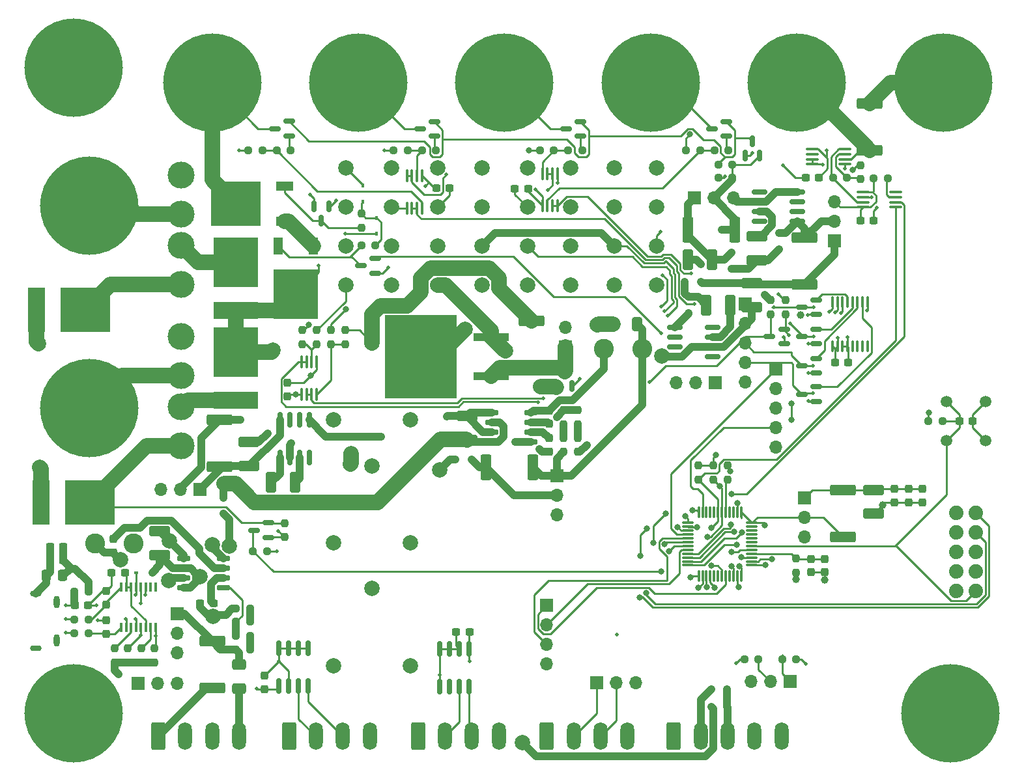
<source format=gbr>
%TF.GenerationSoftware,KiCad,Pcbnew,7.0.9-7.0.9~ubuntu22.04.1*%
%TF.CreationDate,2023-11-27T19:51:50+01:00*%
%TF.ProjectId,battery-management-system,62617474-6572-4792-9d6d-616e6167656d,rev?*%
%TF.SameCoordinates,Original*%
%TF.FileFunction,Copper,L4,Bot*%
%TF.FilePolarity,Positive*%
%FSLAX46Y46*%
G04 Gerber Fmt 4.6, Leading zero omitted, Abs format (unit mm)*
G04 Created by KiCad (PCBNEW 7.0.9-7.0.9~ubuntu22.04.1) date 2023-11-27 19:51:50*
%MOMM*%
%LPD*%
G01*
G04 APERTURE LIST*
G04 Aperture macros list*
%AMRoundRect*
0 Rectangle with rounded corners*
0 $1 Rounding radius*
0 $2 $3 $4 $5 $6 $7 $8 $9 X,Y pos of 4 corners*
0 Add a 4 corners polygon primitive as box body*
4,1,4,$2,$3,$4,$5,$6,$7,$8,$9,$2,$3,0*
0 Add four circle primitives for the rounded corners*
1,1,$1+$1,$2,$3*
1,1,$1+$1,$4,$5*
1,1,$1+$1,$6,$7*
1,1,$1+$1,$8,$9*
0 Add four rect primitives between the rounded corners*
20,1,$1+$1,$2,$3,$4,$5,0*
20,1,$1+$1,$4,$5,$6,$7,0*
20,1,$1+$1,$6,$7,$8,$9,0*
20,1,$1+$1,$8,$9,$2,$3,0*%
G04 Aperture macros list end*
%TA.AperFunction,ComponentPad*%
%ADD10C,3.500000*%
%TD*%
%TA.AperFunction,SMDPad,CuDef*%
%ADD11RoundRect,0.249999X1.425001X-0.450001X1.425001X0.450001X-1.425001X0.450001X-1.425001X-0.450001X0*%
%TD*%
%TA.AperFunction,ComponentPad*%
%ADD12C,2.000000*%
%TD*%
%TA.AperFunction,ComponentPad*%
%ADD13RoundRect,0.250000X-0.650000X-1.550000X0.650000X-1.550000X0.650000X1.550000X-0.650000X1.550000X0*%
%TD*%
%TA.AperFunction,ComponentPad*%
%ADD14O,1.800000X3.600000*%
%TD*%
%TA.AperFunction,SMDPad,CuDef*%
%ADD15RoundRect,0.237500X-0.300000X-0.237500X0.300000X-0.237500X0.300000X0.237500X-0.300000X0.237500X0*%
%TD*%
%TA.AperFunction,SMDPad,CuDef*%
%ADD16RoundRect,0.237500X-0.237500X0.300000X-0.237500X-0.300000X0.237500X-0.300000X0.237500X0.300000X0*%
%TD*%
%TA.AperFunction,ComponentPad*%
%ADD17C,6.800000*%
%TD*%
%TA.AperFunction,SMDPad,CuDef*%
%ADD18C,12.800000*%
%TD*%
%TA.AperFunction,ComponentPad*%
%ADD19R,1.700000X1.700000*%
%TD*%
%TA.AperFunction,ComponentPad*%
%ADD20O,1.700000X1.700000*%
%TD*%
%TA.AperFunction,ComponentPad*%
%ADD21C,1.500000*%
%TD*%
%TA.AperFunction,ComponentPad*%
%ADD22C,2.600000*%
%TD*%
%TA.AperFunction,SMDPad,CuDef*%
%ADD23RoundRect,0.250000X-1.100000X0.412500X-1.100000X-0.412500X1.100000X-0.412500X1.100000X0.412500X0*%
%TD*%
%TA.AperFunction,SMDPad,CuDef*%
%ADD24RoundRect,0.237500X-0.250000X-0.237500X0.250000X-0.237500X0.250000X0.237500X-0.250000X0.237500X0*%
%TD*%
%TA.AperFunction,SMDPad,CuDef*%
%ADD25RoundRect,0.237500X-0.237500X0.250000X-0.237500X-0.250000X0.237500X-0.250000X0.237500X0.250000X0*%
%TD*%
%TA.AperFunction,ComponentPad*%
%ADD26C,12.800000*%
%TD*%
%TA.AperFunction,ComponentPad*%
%ADD27C,1.879600*%
%TD*%
%TA.AperFunction,ComponentPad*%
%ADD28O,0.800000X1.600000*%
%TD*%
%TA.AperFunction,ComponentPad*%
%ADD29O,1.500000X0.750000*%
%TD*%
%TA.AperFunction,SMDPad,CuDef*%
%ADD30RoundRect,0.100000X-0.100000X0.712500X-0.100000X-0.712500X0.100000X-0.712500X0.100000X0.712500X0*%
%TD*%
%TA.AperFunction,SMDPad,CuDef*%
%ADD31RoundRect,0.237500X0.250000X0.237500X-0.250000X0.237500X-0.250000X-0.237500X0.250000X-0.237500X0*%
%TD*%
%TA.AperFunction,SMDPad,CuDef*%
%ADD32R,5.760000X2.200000*%
%TD*%
%TA.AperFunction,SMDPad,CuDef*%
%ADD33R,5.800000X6.400000*%
%TD*%
%TA.AperFunction,SMDPad,CuDef*%
%ADD34RoundRect,0.150000X0.587500X0.150000X-0.587500X0.150000X-0.587500X-0.150000X0.587500X-0.150000X0*%
%TD*%
%TA.AperFunction,SMDPad,CuDef*%
%ADD35RoundRect,0.237500X0.300000X0.237500X-0.300000X0.237500X-0.300000X-0.237500X0.300000X-0.237500X0*%
%TD*%
%TA.AperFunction,SMDPad,CuDef*%
%ADD36R,0.450000X0.600000*%
%TD*%
%TA.AperFunction,SMDPad,CuDef*%
%ADD37RoundRect,0.150000X0.150000X-0.587500X0.150000X0.587500X-0.150000X0.587500X-0.150000X-0.587500X0*%
%TD*%
%TA.AperFunction,SMDPad,CuDef*%
%ADD38RoundRect,0.250000X0.337500X0.475000X-0.337500X0.475000X-0.337500X-0.475000X0.337500X-0.475000X0*%
%TD*%
%TA.AperFunction,SMDPad,CuDef*%
%ADD39RoundRect,0.150000X0.825000X0.150000X-0.825000X0.150000X-0.825000X-0.150000X0.825000X-0.150000X0*%
%TD*%
%TA.AperFunction,SMDPad,CuDef*%
%ADD40RoundRect,0.100000X0.712500X0.100000X-0.712500X0.100000X-0.712500X-0.100000X0.712500X-0.100000X0*%
%TD*%
%TA.AperFunction,SMDPad,CuDef*%
%ADD41RoundRect,0.250000X-0.412500X-1.100000X0.412500X-1.100000X0.412500X1.100000X-0.412500X1.100000X0*%
%TD*%
%TA.AperFunction,SMDPad,CuDef*%
%ADD42RoundRect,0.237500X0.237500X-0.250000X0.237500X0.250000X-0.237500X0.250000X-0.237500X-0.250000X0*%
%TD*%
%TA.AperFunction,SMDPad,CuDef*%
%ADD43RoundRect,0.250000X1.100000X-0.412500X1.100000X0.412500X-1.100000X0.412500X-1.100000X-0.412500X0*%
%TD*%
%TA.AperFunction,SMDPad,CuDef*%
%ADD44RoundRect,0.237500X0.237500X-0.300000X0.237500X0.300000X-0.237500X0.300000X-0.237500X-0.300000X0*%
%TD*%
%TA.AperFunction,SMDPad,CuDef*%
%ADD45RoundRect,0.150000X0.150000X-0.825000X0.150000X0.825000X-0.150000X0.825000X-0.150000X-0.825000X0*%
%TD*%
%TA.AperFunction,SMDPad,CuDef*%
%ADD46R,2.200000X1.200000*%
%TD*%
%TA.AperFunction,SMDPad,CuDef*%
%ADD47R,6.400000X5.800000*%
%TD*%
%TA.AperFunction,SMDPad,CuDef*%
%ADD48RoundRect,0.100000X-0.100000X0.637500X-0.100000X-0.637500X0.100000X-0.637500X0.100000X0.637500X0*%
%TD*%
%TA.AperFunction,SMDPad,CuDef*%
%ADD49RoundRect,0.150000X-0.150000X0.587500X-0.150000X-0.587500X0.150000X-0.587500X0.150000X0.587500X0*%
%TD*%
%TA.AperFunction,SMDPad,CuDef*%
%ADD50R,0.600000X0.450000*%
%TD*%
%TA.AperFunction,SMDPad,CuDef*%
%ADD51RoundRect,0.250000X0.412500X1.100000X-0.412500X1.100000X-0.412500X-1.100000X0.412500X-1.100000X0*%
%TD*%
%TA.AperFunction,SMDPad,CuDef*%
%ADD52RoundRect,0.249999X-0.450001X-1.425001X0.450001X-1.425001X0.450001X1.425001X-0.450001X1.425001X0*%
%TD*%
%TA.AperFunction,SMDPad,CuDef*%
%ADD53RoundRect,0.250000X0.412500X0.650000X-0.412500X0.650000X-0.412500X-0.650000X0.412500X-0.650000X0*%
%TD*%
%TA.AperFunction,SMDPad,CuDef*%
%ADD54R,4.600000X1.100000*%
%TD*%
%TA.AperFunction,SMDPad,CuDef*%
%ADD55R,9.400000X10.800000*%
%TD*%
%TA.AperFunction,SMDPad,CuDef*%
%ADD56RoundRect,0.150000X0.725000X0.150000X-0.725000X0.150000X-0.725000X-0.150000X0.725000X-0.150000X0*%
%TD*%
%TA.AperFunction,SMDPad,CuDef*%
%ADD57RoundRect,0.100000X0.100000X-0.712500X0.100000X0.712500X-0.100000X0.712500X-0.100000X-0.712500X0*%
%TD*%
%TA.AperFunction,SMDPad,CuDef*%
%ADD58RoundRect,0.150000X-0.825000X-0.150000X0.825000X-0.150000X0.825000X0.150000X-0.825000X0.150000X0*%
%TD*%
%TA.AperFunction,SMDPad,CuDef*%
%ADD59RoundRect,0.249999X-1.425001X0.450001X-1.425001X-0.450001X1.425001X-0.450001X1.425001X0.450001X0*%
%TD*%
%TA.AperFunction,SMDPad,CuDef*%
%ADD60RoundRect,0.075000X0.662500X0.075000X-0.662500X0.075000X-0.662500X-0.075000X0.662500X-0.075000X0*%
%TD*%
%TA.AperFunction,SMDPad,CuDef*%
%ADD61RoundRect,0.075000X0.075000X0.662500X-0.075000X0.662500X-0.075000X-0.662500X0.075000X-0.662500X0*%
%TD*%
%TA.AperFunction,SMDPad,CuDef*%
%ADD62R,0.400000X1.200000*%
%TD*%
%TA.AperFunction,SMDPad,CuDef*%
%ADD63RoundRect,0.150000X-0.150000X0.825000X-0.150000X-0.825000X0.150000X-0.825000X0.150000X0.825000X0*%
%TD*%
%TA.AperFunction,SMDPad,CuDef*%
%ADD64RoundRect,0.250000X-0.650000X0.412500X-0.650000X-0.412500X0.650000X-0.412500X0.650000X0.412500X0*%
%TD*%
%TA.AperFunction,SMDPad,CuDef*%
%ADD65R,1.200000X2.200000*%
%TD*%
%TA.AperFunction,SMDPad,CuDef*%
%ADD66R,2.200000X5.760000*%
%TD*%
%TA.AperFunction,SMDPad,CuDef*%
%ADD67RoundRect,0.249999X0.450001X1.425001X-0.450001X1.425001X-0.450001X-1.425001X0.450001X-1.425001X0*%
%TD*%
%TA.AperFunction,ViaPad*%
%ADD68C,1.000000*%
%TD*%
%TA.AperFunction,ViaPad*%
%ADD69C,2.000000*%
%TD*%
%TA.AperFunction,ViaPad*%
%ADD70C,0.800000*%
%TD*%
%TA.AperFunction,ViaPad*%
%ADD71C,0.500000*%
%TD*%
%TA.AperFunction,Conductor*%
%ADD72C,0.250000*%
%TD*%
%TA.AperFunction,Conductor*%
%ADD73C,1.000000*%
%TD*%
%TA.AperFunction,Conductor*%
%ADD74C,2.000000*%
%TD*%
G04 APERTURE END LIST*
D10*
%TO.P,F1,1*%
%TO.N,Net-(J6-Pin_1)*%
X42000000Y-42000000D03*
X42000000Y-47080000D03*
%TO.P,F1,2*%
%TO.N,Net-(D13-K)*%
X42000000Y-51140000D03*
X42000000Y-56220000D03*
%TD*%
D11*
%TO.P,R59,1*%
%TO.N,Net-(J12-Pin_2)*%
X128000000Y-89050000D03*
%TO.P,R59,2*%
%TO.N,/3V3*%
X128000000Y-82950000D03*
%TD*%
D12*
%TO.P,SW6,1,-*%
%TO.N,/Battery Pack/CELL3_MINUS*%
X87000000Y-41080000D03*
%TO.P,SW6,2,+*%
%TO.N,/5V*%
X87000000Y-46160000D03*
%TO.P,SW6,6,-*%
%TO.N,/Cell Balancing/CELL3*%
X87000000Y-51240000D03*
%TO.P,SW6,7,+*%
%TO.N,Net-(Q11-S)*%
X87000000Y-56320000D03*
%TD*%
D13*
%TO.P,J9,1,Pin_1*%
%TO.N,GND*%
X106000000Y-115000000D03*
D14*
%TO.P,J9,2,Pin_2*%
%TO.N,/5V*%
X109500000Y-115000000D03*
%TO.P,J9,3,Pin_3*%
%TO.N,/5V_EXT*%
X113000000Y-115000000D03*
%TO.P,J9,4,Pin_4*%
%TO.N,/Interconnect/UART_RX*%
X116500000Y-115000000D03*
%TO.P,J9,5,Pin_5*%
%TO.N,/Interconnect/UART_TX*%
X120000000Y-115000000D03*
%TD*%
D13*
%TO.P,J18,1,Pin_1*%
%TO.N,/3V3*%
X89500000Y-115000000D03*
D14*
%TO.P,J18,2,Pin_2*%
%TO.N,/MCU/SCL*%
X93000000Y-115000000D03*
%TO.P,J18,3,Pin_3*%
%TO.N,/MCU/SDA*%
X96500000Y-115000000D03*
%TO.P,J18,4,Pin_4*%
%TO.N,GND*%
X100000000Y-115000000D03*
%TD*%
D15*
%TO.P,C26,1*%
%TO.N,/MCU/NRST*%
X143137500Y-74000000D03*
%TO.P,C26,2*%
%TO.N,GND*%
X144862500Y-74000000D03*
%TD*%
D13*
%TO.P,J15,1,Pin_1*%
%TO.N,/3V3*%
X39000000Y-115000000D03*
D14*
%TO.P,J15,2,Pin_2*%
%TO.N,/MCU/SCL*%
X42500000Y-115000000D03*
%TO.P,J15,3,Pin_3*%
%TO.N,/MCU/SDA*%
X46000000Y-115000000D03*
%TO.P,J15,4,Pin_4*%
%TO.N,GND*%
X49500000Y-115000000D03*
%TD*%
D16*
%TO.P,C24,1*%
%TO.N,/MCU/VDDA*%
X125600000Y-91937500D03*
%TO.P,C24,2*%
%TO.N,GND*%
X125600000Y-93662500D03*
%TD*%
D17*
%TO.P,J5,1,Pin_1*%
%TO.N,/Battery Pack/CELL1_MINUS*%
X122000000Y-30000000D03*
D18*
X122000000Y-30000000D03*
%TD*%
D19*
%TO.P,J19,1,Pin_1*%
%TO.N,/CHARGE*%
X111400000Y-69000000D03*
D20*
%TO.P,J19,2,Pin_2*%
%TO.N,/DISCHARGE*%
X108860000Y-69000000D03*
%TO.P,J19,3,Pin_3*%
%TO.N,GND*%
X106320000Y-69000000D03*
%TD*%
D12*
%TO.P,SW3,1,-*%
%TO.N,/Battery Pack/CELL2_MINUS*%
X98300000Y-41080000D03*
%TO.P,SW3,2,+*%
%TO.N,/5V*%
X98300000Y-46160000D03*
%TO.P,SW3,6,-*%
%TO.N,/Cell Balancing/CELL2*%
X98300000Y-51240000D03*
%TO.P,SW3,7,+*%
%TO.N,Net-(Q11-S)*%
X98300000Y-56320000D03*
%TD*%
D10*
%TO.P,F2,1*%
%TO.N,Net-(J10-Pin_1)*%
X42000000Y-63000000D03*
X42000000Y-68080000D03*
%TO.P,F2,2*%
%TO.N,Net-(D14-K)*%
X42000000Y-72140000D03*
X42000000Y-77220000D03*
%TD*%
D21*
%TO.P,RESET1,1,A*%
%TO.N,GND*%
X146540000Y-76540000D03*
%TO.P,RESET1,2,A*%
X146540000Y-71460000D03*
%TO.P,RESET1,3,B*%
%TO.N,/MCU/NRST*%
X141460000Y-76540000D03*
%TO.P,RESET1,4,B*%
X141460000Y-71460000D03*
%TD*%
D12*
%TO.P,C32,1*%
%TO.N,/BALANCE_CAP_MINUS_RAW*%
X66800000Y-95800000D03*
%TO.P,C32,2*%
%TO.N,/BALANCE_CAP_PLUS_RAW*%
X61800000Y-105800000D03*
%TO.P,C32,3*%
X71800000Y-105800000D03*
%TD*%
D17*
%TO.P,J1,1,Pin_1*%
%TO.N,/Battery Pack/PACK*%
X46000000Y-30000000D03*
D18*
X46000000Y-30000000D03*
%TD*%
D17*
%TO.P,J10,1,Pin_1*%
%TO.N,Net-(J10-Pin_1)*%
X30000000Y-72300000D03*
D18*
X30000000Y-72300000D03*
%TD*%
D22*
%TO.P,L1,1,1*%
%TO.N,Net-(J24-Pin_1)*%
X35800000Y-89900000D03*
%TO.P,L1,2,2*%
%TO.N,Net-(U1-SW)*%
X30800000Y-89900000D03*
%TD*%
D16*
%TO.P,C25,1*%
%TO.N,/MCU/VDDA*%
X123800000Y-91937500D03*
%TO.P,C25,2*%
%TO.N,GND*%
X123800000Y-93662500D03*
%TD*%
D12*
%TO.P,C30,1*%
%TO.N,/BALANCE_CAP_MINUS_RAW*%
X66800000Y-63800000D03*
%TO.P,C30,2*%
%TO.N,/BALANCE_CAP_PLUS_RAW*%
X61800000Y-73800000D03*
%TO.P,C30,3*%
X71800000Y-73800000D03*
%TD*%
%TO.P,SW1,1,-*%
%TO.N,/Battery Pack/CELL1_MINUS*%
X103800000Y-41080000D03*
%TO.P,SW1,2,+*%
%TO.N,/5V*%
X103800000Y-46160000D03*
%TO.P,SW1,6,-*%
%TO.N,/Cell Balancing/CELL1*%
X103800000Y-51240000D03*
%TO.P,SW1,7,+*%
%TO.N,Net-(Q11-S)*%
X103800000Y-56320000D03*
%TD*%
D19*
%TO.P,J22,1,Pin_1*%
%TO.N,/EN_CELL_BALANCING*%
X119300000Y-67200000D03*
D20*
%TO.P,J22,2,Pin_2*%
%TO.N,/CELL_BALANCING_A0*%
X119300000Y-69740000D03*
%TO.P,J22,3,Pin_3*%
%TO.N,/CELL_BALANCING_A1*%
X119300000Y-72280000D03*
%TO.P,J22,4,Pin_4*%
%TO.N,/LIMIT_BALANCING_CURRENT*%
X119300000Y-74820000D03*
%TO.P,J22,5,Pin_5*%
%TO.N,GND*%
X119300000Y-77360000D03*
%TD*%
D19*
%TO.P,J11,1,Pin_1*%
%TO.N,/MCU/SCL*%
X95975000Y-108000000D03*
D20*
%TO.P,J11,2,Pin_2*%
%TO.N,/MCU/SDA*%
X98515000Y-108000000D03*
%TO.P,J11,3,Pin_3*%
%TO.N,GND*%
X101055000Y-108000000D03*
%TD*%
D19*
%TO.P,J12,1,Pin_1*%
%TO.N,/3V3*%
X123000000Y-84000000D03*
D20*
%TO.P,J12,2,Pin_2*%
%TO.N,Net-(J12-Pin_2)*%
X123000000Y-86540000D03*
%TO.P,J12,3,Pin_3*%
%TO.N,GND*%
X123000000Y-89080000D03*
%TD*%
D13*
%TO.P,J17,1,Pin_1*%
%TO.N,/3V3*%
X72767500Y-115000000D03*
D14*
%TO.P,J17,2,Pin_2*%
%TO.N,/MCU/SCL*%
X76267500Y-115000000D03*
%TO.P,J17,3,Pin_3*%
%TO.N,/MCU/SDA*%
X79767500Y-115000000D03*
%TO.P,J17,4,Pin_4*%
%TO.N,GND*%
X83267500Y-115000000D03*
%TD*%
D12*
%TO.P,C31,1*%
%TO.N,/BALANCE_CAP_MINUS_RAW*%
X66800000Y-79800000D03*
%TO.P,C31,2*%
%TO.N,/BALANCE_CAP_PLUS_RAW*%
X61800000Y-89800000D03*
%TO.P,C31,3*%
X71800000Y-89800000D03*
%TD*%
D19*
%TO.P,J23,1,Pin_1*%
%TO.N,Net-(J23-Pin_1)*%
X91900000Y-64375000D03*
D20*
%TO.P,J23,2,Pin_2*%
%TO.N,/BALANCE_CAP_MINUS_RAW*%
X91900000Y-61835000D03*
%TD*%
D13*
%TO.P,J16,1,Pin_1*%
%TO.N,/3V3*%
X56000000Y-115000000D03*
D14*
%TO.P,J16,2,Pin_2*%
%TO.N,/MCU/SCL*%
X59500000Y-115000000D03*
%TO.P,J16,3,Pin_3*%
%TO.N,/MCU/SDA*%
X63000000Y-115000000D03*
%TO.P,J16,4,Pin_4*%
%TO.N,GND*%
X66500000Y-115000000D03*
%TD*%
D19*
%TO.P,J21,1,Pin_1*%
%TO.N,/MCU/UART_USB_TX*%
X36400000Y-108100000D03*
D20*
%TO.P,J21,2,Pin_2*%
%TO.N,/MCU/UART_USB_RX*%
X38940000Y-108100000D03*
%TO.P,J21,3,Pin_3*%
%TO.N,GND*%
X41480000Y-108100000D03*
%TD*%
D23*
%TO.P,C19,1*%
%TO.N,/3V3*%
X132000000Y-82937500D03*
%TO.P,C19,2*%
%TO.N,GND*%
X132000000Y-86062500D03*
%TD*%
D19*
%TO.P,J14,1,Pin_1*%
%TO.N,Net-(J14-Pin_1)*%
X44425000Y-82900000D03*
D20*
%TO.P,J14,2,Pin_2*%
%TO.N,/-5V*%
X41885000Y-82900000D03*
%TO.P,J14,3,Pin_3*%
%TO.N,GND*%
X39345000Y-82900000D03*
%TD*%
D16*
%TO.P,C21,1*%
%TO.N,/3V3*%
X134700000Y-82837500D03*
%TO.P,C21,2*%
%TO.N,GND*%
X134700000Y-84562500D03*
%TD*%
D17*
%TO.P,J6,1,Pin_1*%
%TO.N,Net-(J6-Pin_1)*%
X30000000Y-46000000D03*
D18*
X30000000Y-46000000D03*
%TD*%
D19*
%TO.P,J24,1,Pin_1*%
%TO.N,Net-(J24-Pin_1)*%
X41500000Y-99075000D03*
D20*
%TO.P,J24,2,Pin_2*%
%TO.N,/3V3*%
X41500000Y-101615000D03*
%TO.P,J24,3,Pin_3*%
%TO.N,GND*%
X41500000Y-104155000D03*
%TD*%
D17*
%TO.P,J3,1,Pin_1*%
%TO.N,/Battery Pack/CELL3_MINUS*%
X84000000Y-30000000D03*
D18*
X84000000Y-30000000D03*
%TD*%
D24*
%TO.P,R35,1*%
%TO.N,/3V3*%
X139087500Y-74000000D03*
%TO.P,R35,2*%
%TO.N,/MCU/NRST*%
X140912500Y-74000000D03*
%TD*%
D19*
%TO.P,J20,1,Pin_1*%
%TO.N,/Interconnect/UART_TX*%
X121125000Y-107900000D03*
D20*
%TO.P,J20,2,Pin_2*%
%TO.N,/Interconnect/UART_RX*%
X118585000Y-107900000D03*
%TO.P,J20,3,Pin_3*%
%TO.N,GND*%
X116045000Y-107900000D03*
%TD*%
D25*
%TO.P,R36,1*%
%TO.N,/3V3*%
X109200000Y-79787500D03*
%TO.P,R36,2*%
%TO.N,/MCU/SCL*%
X109200000Y-81612500D03*
%TD*%
D26*
%TO.P,H2,1,1*%
%TO.N,GND*%
X28000000Y-112000000D03*
%TD*%
D25*
%TO.P,R38,1*%
%TO.N,GND*%
X113000000Y-79787500D03*
%TO.P,R38,2*%
%TO.N,Net-(U4-BOOT0)*%
X113000000Y-81612500D03*
%TD*%
D26*
%TO.P,H3,1,1*%
%TO.N,GND*%
X142000000Y-112000000D03*
%TD*%
D12*
%TO.P,SW2,1,-*%
%TO.N,/Battery Pack/CELL2_MINUS*%
X92600000Y-41080000D03*
%TO.P,SW2,2,+*%
%TO.N,/5V*%
X92600000Y-46160000D03*
%TO.P,SW2,6,-*%
%TO.N,/Cell Balancing/CELL1*%
X92600000Y-51240000D03*
%TO.P,SW2,7,+*%
%TO.N,/BALANCE_CAP_PLUS_RAW*%
X92600000Y-56320000D03*
%TD*%
D25*
%TO.P,R37,1*%
%TO.N,/3V3*%
X111100000Y-79787500D03*
%TO.P,R37,2*%
%TO.N,/MCU/SDA*%
X111100000Y-81612500D03*
%TD*%
D27*
%TO.P,U5,GND@1,GND*%
%TO.N,GND*%
X142730000Y-88460000D03*
%TO.P,U5,GND@2,GND*%
X142730000Y-91000000D03*
%TO.P,U5,GND@3,GND*%
X142730000Y-96080000D03*
%TO.P,U5,RESET,RESET*%
%TO.N,/MCU/NRST*%
X145270000Y-96080000D03*
%TO.P,U5,RXI,RXI*%
%TO.N,unconnected-(U5-PadRXI)*%
X142730000Y-93540000D03*
%TO.P,U5,SWCLK,SWCLK*%
%TO.N,/MCU/SWCLK*%
X145270000Y-88460000D03*
%TO.P,U5,SWDIO,SWDIO*%
%TO.N,/MCU/SWDIO*%
X145270000Y-85920000D03*
%TO.P,U5,SWO,SWO*%
%TO.N,unconnected-(U5-PadSWO)*%
X145270000Y-91000000D03*
%TO.P,U5,TXO,TXO*%
%TO.N,unconnected-(U5-PadTXO)*%
X145270000Y-93540000D03*
%TO.P,U5,VREF,VREF*%
%TO.N,/3V3*%
X142730000Y-85920000D03*
%TD*%
D17*
%TO.P,J2,1,Pin_1*%
%TO.N,/Battery Pack/CELL4_MINUS*%
X65000000Y-30000000D03*
D18*
X65000000Y-30000000D03*
%TD*%
D22*
%TO.P,L2,1,1*%
%TO.N,Net-(J25-Pin_1)*%
X101900000Y-64600000D03*
%TO.P,L2,2,2*%
%TO.N,Net-(U2-SW)*%
X96900000Y-64600000D03*
%TD*%
D19*
%TO.P,J13,1,Pin_1*%
%TO.N,/MCU/LED1*%
X89500000Y-97960000D03*
D20*
%TO.P,J13,2,Pin_2*%
%TO.N,/MCU/LED2*%
X89500000Y-100500000D03*
%TO.P,J13,3,Pin_3*%
%TO.N,/MCU/LED3*%
X89500000Y-103040000D03*
%TO.P,J13,4,Pin_4*%
%TO.N,GND*%
X89500000Y-105580000D03*
%TD*%
D19*
%TO.P,J26,1,Pin_1*%
%TO.N,Net-(D25-K)*%
X108675000Y-45000000D03*
D20*
%TO.P,J26,2,Pin_2*%
%TO.N,/18V*%
X111215000Y-45000000D03*
%TO.P,J26,3,Pin_3*%
%TO.N,GND*%
X113755000Y-45000000D03*
%TD*%
D16*
%TO.P,C22,1*%
%TO.N,/3V3*%
X138300000Y-82837500D03*
%TO.P,C22,2*%
%TO.N,GND*%
X138300000Y-84562500D03*
%TD*%
D28*
%TO.P,J7,S1,SHIELD*%
%TO.N,GND*%
X25800000Y-97500000D03*
%TO.P,J7,S2,SHIELD*%
X25800000Y-102500000D03*
D29*
%TO.P,J7,S3,SHIELD*%
X23100000Y-96475000D03*
%TO.P,J7,S6,SHIELD*%
X23100000Y-103525000D03*
%TD*%
D17*
%TO.P,J8,1,Pin_1*%
%TO.N,GND*%
X141000000Y-30000000D03*
D18*
X141000000Y-30000000D03*
%TD*%
D19*
%TO.P,J27,1,Pin_1*%
%TO.N,/Cell Balancing/CELL1*%
X115300000Y-58800000D03*
D20*
%TO.P,J27,2,Pin_2*%
%TO.N,/Cell Balancing/CELL2*%
X115300000Y-61340000D03*
%TO.P,J27,3,Pin_3*%
%TO.N,/Cell Balancing/CELL3*%
X115300000Y-63880000D03*
%TO.P,J27,4,Pin_4*%
%TO.N,/Cell Balancing/CELL4*%
X115300000Y-66420000D03*
%TO.P,J27,5,Pin_5*%
%TO.N,GND*%
X115300000Y-68960000D03*
%TD*%
D12*
%TO.P,SW7,1,-*%
%TO.N,/Battery Pack/PACK*%
X63400000Y-41080000D03*
%TO.P,SW7,2,+*%
%TO.N,/5V*%
X63400000Y-46160000D03*
%TO.P,SW7,6,-*%
%TO.N,/Cell Balancing/CELL4*%
X63400000Y-51240000D03*
%TO.P,SW7,7,+*%
%TO.N,/BALANCE_CAP_PLUS_RAW*%
X63400000Y-56320000D03*
%TD*%
%TO.P,SW8,1,-*%
%TO.N,/Battery Pack/CELL4_MINUS*%
X75300000Y-41080000D03*
%TO.P,SW8,2,+*%
%TO.N,/5V*%
X75300000Y-46160000D03*
%TO.P,SW8,6,-*%
%TO.N,/Cell Balancing/CELL4*%
X75300000Y-51240000D03*
%TO.P,SW8,7,+*%
%TO.N,Net-(Q11-S)*%
X75300000Y-56320000D03*
%TD*%
D16*
%TO.P,C20,1*%
%TO.N,/3V3*%
X136500000Y-82837500D03*
%TO.P,C20,2*%
%TO.N,GND*%
X136500000Y-84562500D03*
%TD*%
D17*
%TO.P,J4,1,Pin_1*%
%TO.N,/Battery Pack/CELL2_MINUS*%
X103000000Y-30000000D03*
D18*
X103000000Y-30000000D03*
%TD*%
D26*
%TO.P,H1,1,1*%
%TO.N,GND*%
X28000000Y-28000000D03*
%TD*%
D19*
%TO.P,J28,1,Pin_1*%
%TO.N,/Power Supply/9V4*%
X126900000Y-50525000D03*
D20*
%TO.P,J28,2,Pin_2*%
%TO.N,Net-(D24-A)*%
X126900000Y-47985000D03*
%TO.P,J28,3,Pin_3*%
%TO.N,GND*%
X126900000Y-45445000D03*
%TD*%
D12*
%TO.P,SW5,1,-*%
%TO.N,/Battery Pack/CELL4_MINUS*%
X69300000Y-41080000D03*
%TO.P,SW5,2,+*%
%TO.N,/5V*%
X69300000Y-46160000D03*
%TO.P,SW5,6,-*%
%TO.N,/Cell Balancing/CELL3*%
X69300000Y-51240000D03*
%TO.P,SW5,7,+*%
%TO.N,/BALANCE_CAP_PLUS_RAW*%
X69300000Y-56320000D03*
%TD*%
%TO.P,SW4,1,-*%
%TO.N,/Battery Pack/CELL3_MINUS*%
X81100000Y-41080000D03*
%TO.P,SW4,2,+*%
%TO.N,/5V*%
X81100000Y-46160000D03*
%TO.P,SW4,6,-*%
%TO.N,/Cell Balancing/CELL2*%
X81100000Y-51240000D03*
%TO.P,SW4,7,+*%
%TO.N,/BALANCE_CAP_PLUS_RAW*%
X81100000Y-56320000D03*
%TD*%
D19*
%TO.P,J25,1,Pin_1*%
%TO.N,Net-(J25-Pin_1)*%
X90800000Y-81100000D03*
D20*
%TO.P,J25,2,Pin_2*%
%TO.N,Net-(D20-A)*%
X90800000Y-83640000D03*
%TO.P,J25,3,Pin_3*%
%TO.N,GND*%
X90800000Y-86180000D03*
%TD*%
D25*
%TO.P,FB2,2*%
%TO.N,/3V3*%
X121900000Y-93712500D03*
%TO.P,FB2,1*%
%TO.N,/MCU/VDDA*%
X121900000Y-91887500D03*
%TD*%
D30*
%TO.P,U10,1*%
%TO.N,/Cell Measurement/BALANCE_CAP_PLUS*%
X57625000Y-66287500D03*
%TO.P,U10,2,-*%
X58275000Y-66287500D03*
%TO.P,U10,3,+*%
%TO.N,Net-(U10A-+)*%
X58925000Y-66287500D03*
%TO.P,U10,4,V-*%
%TO.N,/-5V*%
X59575000Y-66287500D03*
%TO.P,U10,5,+*%
%TO.N,Net-(U10B-+)*%
X59575000Y-70512500D03*
%TO.P,U10,6,-*%
%TO.N,/Cell Measurement/BALANCE_CAP_MINUS*%
X58925000Y-70512500D03*
%TO.P,U10,7*%
X58275000Y-70512500D03*
%TO.P,U10,8,V+*%
%TO.N,/5V*%
X57625000Y-70512500D03*
%TD*%
D25*
%TO.P,R50,1*%
%TO.N,/3V3*%
X120500000Y-58287500D03*
%TO.P,R50,2*%
%TO.N,/LIMIT_BALANCING_CURRENT*%
X120500000Y-60112500D03*
%TD*%
D31*
%TO.P,R29,1*%
%TO.N,Net-(U7B-+)*%
X90412500Y-38800000D03*
%TO.P,R29,2*%
%TO.N,GND*%
X88587500Y-38800000D03*
%TD*%
D32*
%TO.P,D9,1,A*%
%TO.N,Net-(D14-K)*%
X49100000Y-71300000D03*
D33*
%TO.P,D9,2,K*%
%TO.N,/PACK_EXT*%
X49100000Y-65000000D03*
%TD*%
D15*
%TO.P,C17,1*%
%TO.N,/5V*%
X85337500Y-43800000D03*
%TO.P,C17,2*%
%TO.N,/-5V*%
X87062500Y-43800000D03*
%TD*%
D31*
%TO.P,R47,1*%
%TO.N,/3V3*%
X53112500Y-90900000D03*
%TO.P,R47,2*%
%TO.N,/Battery Pack/CHARGE_AVAILABLE*%
X51287500Y-90900000D03*
%TD*%
D34*
%TO.P,Q7,1,G*%
%TO.N,Net-(Q5-D)*%
X74875000Y-35050000D03*
%TO.P,Q7,2,D*%
%TO.N,Net-(Q7-D)*%
X74875000Y-36950000D03*
%TO.P,Q7,3,S*%
%TO.N,/Battery Pack/CELL4_MINUS*%
X73000000Y-36000000D03*
%TD*%
D31*
%TO.P,R26,1*%
%TO.N,Net-(Q7-D)*%
X75112500Y-38800000D03*
%TO.P,R26,2*%
%TO.N,Net-(U6A-+)*%
X73287500Y-38800000D03*
%TD*%
D35*
%TO.P,C34,1*%
%TO.N,/3V3*%
X131962500Y-47900000D03*
%TO.P,C34,2*%
%TO.N,GND*%
X130237500Y-47900000D03*
%TD*%
D36*
%TO.P,D24,1,K*%
%TO.N,Net-(D24-K)*%
X119700000Y-51650000D03*
%TO.P,D24,2,A*%
%TO.N,Net-(D24-A)*%
X119700000Y-49550000D03*
%TD*%
D37*
%TO.P,Q11,1,G*%
%TO.N,Net-(Q11-G)*%
X92750000Y-69437500D03*
%TO.P,Q11,2,S*%
%TO.N,Net-(Q11-S)*%
X90850000Y-69437500D03*
%TO.P,Q11,3,D*%
%TO.N,Net-(J23-Pin_1)*%
X91800000Y-67562500D03*
%TD*%
D38*
%TO.P,C9,1*%
%TO.N,/5V_USB*%
X26537500Y-94100000D03*
%TO.P,C9,2*%
%TO.N,GND*%
X24462500Y-94100000D03*
%TD*%
D39*
%TO.P,U15,1,NC*%
%TO.N,unconnected-(U15-NC-Pad1)*%
X111075000Y-61795000D03*
%TO.P,U15,2,CAP+*%
%TO.N,Net-(U15-CAP+)*%
X111075000Y-63065000D03*
%TO.P,U15,3,GND*%
%TO.N,GND*%
X111075000Y-64335000D03*
%TO.P,U15,4,CAP-*%
%TO.N,unconnected-(U15-CAP--Pad4)*%
X111075000Y-65605000D03*
%TO.P,U15,5,V_{OUT}*%
%TO.N,GND*%
X106125000Y-65605000D03*
%TO.P,U15,6,LV*%
%TO.N,unconnected-(U15-LV-Pad6)*%
X106125000Y-64335000D03*
%TO.P,U15,7,OSC*%
%TO.N,unconnected-(U15-OSC-Pad7)*%
X106125000Y-63065000D03*
%TO.P,U15,8,V+*%
%TO.N,/5V*%
X106125000Y-61795000D03*
%TD*%
D40*
%TO.P,U11,1*%
%TO.N,/Cell Measurement/CURRENT_SENSE*%
X128212500Y-38625000D03*
%TO.P,U11,2,-*%
%TO.N,Net-(U11A--)*%
X128212500Y-39275000D03*
%TO.P,U11,3,+*%
%TO.N,/Battery Pack/CELL1_MINUS*%
X128212500Y-39925000D03*
%TO.P,U11,4,V-*%
%TO.N,/-5V*%
X128212500Y-40575000D03*
%TO.P,U11,5,+*%
%TO.N,GND*%
X123987500Y-40575000D03*
%TO.P,U11,6,-*%
X123987500Y-39925000D03*
%TO.P,U11,7*%
%TO.N,unconnected-(U11-Pad7)*%
X123987500Y-39275000D03*
%TO.P,U11,8,V+*%
%TO.N,/5V*%
X123987500Y-38625000D03*
%TD*%
D16*
%TO.P,C4,1*%
%TO.N,Net-(U2-VCC)*%
X89800000Y-76237500D03*
%TO.P,C4,2*%
%TO.N,GND*%
X89800000Y-77962500D03*
%TD*%
D15*
%TO.P,C33,1*%
%TO.N,/3V3*%
X126937500Y-66400000D03*
%TO.P,C33,2*%
%TO.N,GND*%
X128662500Y-66400000D03*
%TD*%
D36*
%TO.P,D15,1,K*%
%TO.N,Net-(D15-K)*%
X107900000Y-57850000D03*
%TO.P,D15,2,A*%
%TO.N,/5V*%
X107900000Y-59950000D03*
%TD*%
D41*
%TO.P,C36,1*%
%TO.N,Net-(D15-K)*%
X110237500Y-58900000D03*
%TO.P,C36,2*%
%TO.N,Net-(U15-CAP+)*%
X113362500Y-58900000D03*
%TD*%
D42*
%TO.P,R8,1*%
%TO.N,Net-(J25-Pin_1)*%
X91700000Y-78012500D03*
%TO.P,R8,2*%
%TO.N,Net-(R8-Pad2)*%
X91700000Y-76187500D03*
%TD*%
D31*
%TO.P,R23,1*%
%TO.N,/18V*%
X113612500Y-40600000D03*
%TO.P,R23,2*%
%TO.N,Net-(Q5-D)*%
X111787500Y-40600000D03*
%TD*%
D42*
%TO.P,R9,1*%
%TO.N,Net-(R8-Pad2)*%
X91700000Y-74412500D03*
%TO.P,R9,2*%
%TO.N,Net-(U2-FB{slash}VOUT)*%
X91700000Y-72587500D03*
%TD*%
D25*
%TO.P,R39,1*%
%TO.N,/BALANCE_CAP_PLUS_RAW*%
X59600000Y-62187500D03*
%TO.P,R39,2*%
%TO.N,Net-(U10A-+)*%
X59600000Y-64012500D03*
%TD*%
D15*
%TO.P,C14,1*%
%TO.N,Net-(J7-VCC)*%
X28137500Y-98000000D03*
%TO.P,C14,2*%
%TO.N,GND*%
X29862500Y-98000000D03*
%TD*%
D43*
%TO.P,C1,1*%
%TO.N,Net-(D3-K)*%
X39200000Y-91462500D03*
%TO.P,C1,2*%
%TO.N,GND*%
X39200000Y-88337500D03*
%TD*%
D44*
%TO.P,C10,1*%
%TO.N,Net-(U3-USBDM)*%
X32200000Y-97862500D03*
%TO.P,C10,2*%
%TO.N,GND*%
X32200000Y-96137500D03*
%TD*%
D24*
%TO.P,R5,1*%
%TO.N,Net-(U1-FB{slash}VOUT)*%
X49087500Y-100100000D03*
%TO.P,R5,2*%
%TO.N,Net-(R5-Pad2)*%
X50912500Y-100100000D03*
%TD*%
D31*
%TO.P,R28,1*%
%TO.N,Net-(Q8-D)*%
X94112500Y-38800000D03*
%TO.P,R28,2*%
%TO.N,Net-(U7B-+)*%
X92287500Y-38800000D03*
%TD*%
D44*
%TO.P,C18,1*%
%TO.N,/3V3*%
X52800000Y-108862500D03*
%TO.P,C18,2*%
%TO.N,GND*%
X52800000Y-107137500D03*
%TD*%
D31*
%TO.P,R22,1*%
%TO.N,/18V*%
X113612500Y-42300000D03*
%TO.P,R22,2*%
%TO.N,GND*%
X111787500Y-42300000D03*
%TD*%
%TO.P,R24,1*%
%TO.N,Net-(Q6-D)*%
X56212500Y-38800000D03*
%TO.P,R24,2*%
%TO.N,Net-(U6B-+)*%
X54387500Y-38800000D03*
%TD*%
D45*
%TO.P,U9,1,SDA*%
%TO.N,/MCU/SDA*%
X79405000Y-108575000D03*
%TO.P,U9,2,SCL*%
%TO.N,/MCU/SCL*%
X78135000Y-108575000D03*
%TO.P,U9,3,ALERT*%
%TO.N,unconnected-(U9-ALERT-Pad3)*%
X76865000Y-108575000D03*
%TO.P,U9,4,GND*%
%TO.N,GND*%
X75595000Y-108575000D03*
%TO.P,U9,5,A2*%
X75595000Y-103625000D03*
%TO.P,U9,6,A1*%
X76865000Y-103625000D03*
%TO.P,U9,7,A0*%
X78135000Y-103625000D03*
%TO.P,U9,8,V_{CC}*%
%TO.N,/3V3*%
X79405000Y-103625000D03*
%TD*%
D46*
%TO.P,Q2,1,G*%
%TO.N,Net-(Q1-D)*%
X55400000Y-43420000D03*
D47*
%TO.P,Q2,2,D*%
%TO.N,/Battery Pack/PACK*%
X49100000Y-45700000D03*
D46*
%TO.P,Q2,3,S*%
%TO.N,Net-(Q2-S)*%
X55400000Y-47980000D03*
%TD*%
D31*
%TO.P,R21,1*%
%TO.N,/3V3*%
X121912500Y-105000000D03*
%TO.P,R21,2*%
%TO.N,/Interconnect/UART_TX*%
X120087500Y-105000000D03*
%TD*%
D42*
%TO.P,R42,1*%
%TO.N,Net-(U10B-+)*%
X61400000Y-64012500D03*
%TO.P,R42,2*%
%TO.N,GND*%
X61400000Y-62187500D03*
%TD*%
D34*
%TO.P,Q12,1,G*%
%TO.N,/LIMIT_BALANCING_CURRENT*%
X120337500Y-62050000D03*
%TO.P,Q12,2,S*%
%TO.N,GND*%
X120337500Y-63950000D03*
%TO.P,Q12,3,D*%
%TO.N,Net-(Q11-G)*%
X118462500Y-63000000D03*
%TD*%
D31*
%TO.P,R6,1*%
%TO.N,Net-(R4-Pad2)*%
X50912500Y-101900000D03*
%TO.P,R6,2*%
%TO.N,Net-(U1-FB{slash}VOUT)*%
X49087500Y-101900000D03*
%TD*%
D24*
%TO.P,FB1,1*%
%TO.N,Net-(J7-VCC)*%
X28087500Y-96200000D03*
%TO.P,FB1,2*%
%TO.N,/5V_USB*%
X29912500Y-96200000D03*
%TD*%
D36*
%TO.P,D3,1,K*%
%TO.N,Net-(D3-K)*%
X47500000Y-86050000D03*
%TO.P,D3,2,A*%
%TO.N,/PACK_EXT*%
X47500000Y-83950000D03*
%TD*%
D42*
%TO.P,R16,1*%
%TO.N,/3V3*%
X36800000Y-105412500D03*
%TO.P,R16,2*%
%TO.N,Net-(U3-~{RTS})*%
X36800000Y-103587500D03*
%TD*%
D31*
%TO.P,R7,1*%
%TO.N,Net-(R5-Pad2)*%
X50912500Y-98400000D03*
%TO.P,R7,2*%
%TO.N,GND*%
X49087500Y-98400000D03*
%TD*%
D44*
%TO.P,C27,1*%
%TO.N,/5V*%
X55800000Y-70762500D03*
%TO.P,C27,2*%
%TO.N,/-5V*%
X55800000Y-69037500D03*
%TD*%
D11*
%TO.P,R1,1*%
%TO.N,/Battery Pack/CELL1_MINUS*%
X131500000Y-38750000D03*
%TO.P,R1,2*%
%TO.N,GND*%
X131500000Y-32650000D03*
%TD*%
D48*
%TO.P,U13,1,Ea*%
%TO.N,/EN_CELL_BALANCING*%
X126625000Y-58537500D03*
%TO.P,U13,2,A0a*%
%TO.N,/CELL_BALANCING_A0*%
X127275000Y-58537500D03*
%TO.P,U13,3,A1a*%
%TO.N,/CELL_BALANCING_A1*%
X127925000Y-58537500D03*
%TO.P,U13,4,Y0a*%
%TO.N,Net-(Q14-G)*%
X128575000Y-58537500D03*
%TO.P,U13,5,Y1a*%
%TO.N,Net-(Q15-G)*%
X129225000Y-58537500D03*
%TO.P,U13,6,Y2a*%
%TO.N,Net-(Q16-G)*%
X129875000Y-58537500D03*
%TO.P,U13,7,Y3a*%
%TO.N,Net-(Q17-G)*%
X130525000Y-58537500D03*
%TO.P,U13,8,GND*%
%TO.N,GND*%
X131175000Y-58537500D03*
%TO.P,U13,9,Y3b*%
%TO.N,unconnected-(U13-Y3b-Pad9)*%
X131175000Y-64262500D03*
%TO.P,U13,10,Y2b*%
%TO.N,unconnected-(U13-Y2b-Pad10)*%
X130525000Y-64262500D03*
%TO.P,U13,11,Y1b*%
%TO.N,unconnected-(U13-Y1b-Pad11)*%
X129875000Y-64262500D03*
%TO.P,U13,12,Y0b*%
%TO.N,unconnected-(U13-Y0b-Pad12)*%
X129225000Y-64262500D03*
%TO.P,U13,13,A1b*%
%TO.N,GND*%
X128575000Y-64262500D03*
%TO.P,U13,14,A0b*%
X127925000Y-64262500D03*
%TO.P,U13,15,Eb*%
%TO.N,/3V3*%
X127275000Y-64262500D03*
%TO.P,U13,16,V_{CC}*%
X126625000Y-64262500D03*
%TD*%
D36*
%TO.P,D2,1,K*%
%TO.N,Net-(D1-K)*%
X67400000Y-47550000D03*
%TO.P,D2,2,A*%
%TO.N,/PACK_EXT*%
X67400000Y-49650000D03*
%TD*%
D34*
%TO.P,Q16,1,G*%
%TO.N,Net-(Q16-G)*%
X124537500Y-65850000D03*
%TO.P,Q16,2,S*%
%TO.N,GND*%
X124537500Y-67750000D03*
%TO.P,Q16,3,D*%
%TO.N,/Cell Balancing/CELL3*%
X122662500Y-66800000D03*
%TD*%
D31*
%TO.P,R55,1*%
%TO.N,Net-(U14-ROSC)*%
X133812500Y-42400000D03*
%TO.P,R55,2*%
%TO.N,GND*%
X131987500Y-42400000D03*
%TD*%
%TO.P,R25,1*%
%TO.N,Net-(U6B-+)*%
X52512500Y-38800000D03*
%TO.P,R25,2*%
%TO.N,GND*%
X50687500Y-38800000D03*
%TD*%
D49*
%TO.P,Q1,1,G*%
%TO.N,/CHARGE*%
X59250000Y-46062500D03*
%TO.P,Q1,2,S*%
%TO.N,GND*%
X61150000Y-46062500D03*
%TO.P,Q1,3,D*%
%TO.N,Net-(Q1-D)*%
X60200000Y-47937500D03*
%TD*%
D50*
%TO.P,D21,1,K*%
%TO.N,/5V*%
X110850000Y-108900000D03*
%TO.P,D21,2,A*%
%TO.N,/5V_EXT*%
X112950000Y-108900000D03*
%TD*%
D11*
%TO.P,R51,1*%
%TO.N,/3V3*%
X46000000Y-108750000D03*
%TO.P,R51,2*%
%TO.N,Net-(J24-Pin_1)*%
X46000000Y-102650000D03*
%TD*%
D51*
%TO.P,C28,1*%
%TO.N,Net-(U12-CAP+)*%
X56762500Y-82000000D03*
%TO.P,C28,2*%
%TO.N,Net-(U12-CAP-)*%
X53637500Y-82000000D03*
%TD*%
D30*
%TO.P,U6,1*%
%TO.N,/Cell Measurement/CELL3*%
X71325000Y-42087500D03*
%TO.P,U6,2,-*%
X71975000Y-42087500D03*
%TO.P,U6,3,+*%
%TO.N,Net-(U6A-+)*%
X72625000Y-42087500D03*
%TO.P,U6,4,V-*%
%TO.N,/-5V*%
X73275000Y-42087500D03*
%TO.P,U6,5,+*%
%TO.N,Net-(U6B-+)*%
X73275000Y-46312500D03*
%TO.P,U6,6,-*%
%TO.N,/Cell Measurement/CELL4*%
X72625000Y-46312500D03*
%TO.P,U6,7*%
X71975000Y-46312500D03*
%TO.P,U6,8,V+*%
%TO.N,/5V*%
X71325000Y-46312500D03*
%TD*%
D52*
%TO.P,R52,1*%
%TO.N,Net-(D20-A)*%
X81550000Y-80000000D03*
%TO.P,R52,2*%
%TO.N,Net-(J25-Pin_1)*%
X87650000Y-80000000D03*
%TD*%
D25*
%TO.P,R49,1*%
%TO.N,/18V*%
X118600000Y-58287500D03*
%TO.P,R49,2*%
%TO.N,Net-(Q11-G)*%
X118600000Y-60112500D03*
%TD*%
D35*
%TO.P,C3,1*%
%TO.N,Net-(U1-VCC)*%
X46162500Y-97700000D03*
%TO.P,C3,2*%
%TO.N,GND*%
X44437500Y-97700000D03*
%TD*%
D31*
%TO.P,R30,1*%
%TO.N,Net-(Q9-D)*%
X113112500Y-38800000D03*
%TO.P,R30,2*%
%TO.N,Net-(U7A-+)*%
X111287500Y-38800000D03*
%TD*%
D24*
%TO.P,R4,1*%
%TO.N,Net-(J24-Pin_1)*%
X49087500Y-103700000D03*
%TO.P,R4,2*%
%TO.N,Net-(R4-Pad2)*%
X50912500Y-103700000D03*
%TD*%
D53*
%TO.P,C8,1*%
%TO.N,Net-(J25-Pin_1)*%
X101262500Y-61400000D03*
%TO.P,C8,2*%
%TO.N,GND*%
X98137500Y-61400000D03*
%TD*%
D34*
%TO.P,Q10,1,G*%
%TO.N,Net-(D14-K)*%
X53337500Y-87250000D03*
%TO.P,Q10,2,S*%
%TO.N,GND*%
X53337500Y-89150000D03*
%TO.P,Q10,3,D*%
%TO.N,/Battery Pack/CHARGE_AVAILABLE*%
X51462500Y-88200000D03*
%TD*%
D42*
%TO.P,R57,1*%
%TO.N,Net-(U11A--)*%
X130300000Y-42512500D03*
%TO.P,R57,2*%
%TO.N,GND*%
X130300000Y-40687500D03*
%TD*%
D34*
%TO.P,Q6,1,G*%
%TO.N,Net-(Q5-D)*%
X56000000Y-35000000D03*
%TO.P,Q6,2,D*%
%TO.N,Net-(Q6-D)*%
X56000000Y-36900000D03*
%TO.P,Q6,3,S*%
%TO.N,/Battery Pack/PACK*%
X54125000Y-35950000D03*
%TD*%
D35*
%TO.P,C23,1*%
%TO.N,/3V3*%
X79462500Y-101400000D03*
%TO.P,C23,2*%
%TO.N,GND*%
X77737500Y-101400000D03*
%TD*%
D25*
%TO.P,R2,1*%
%TO.N,Net-(D1-K)*%
X65400000Y-46987500D03*
%TO.P,R2,2*%
%TO.N,Net-(Q1-D)*%
X65400000Y-48812500D03*
%TD*%
D32*
%TO.P,D8,1,A*%
%TO.N,/PACK_EXT*%
X49100000Y-59600000D03*
D33*
%TO.P,D8,2,K*%
%TO.N,Net-(D13-K)*%
X49100000Y-53300000D03*
%TD*%
D54*
%TO.P,R48,1*%
%TO.N,Net-(Q11-S)*%
X82275000Y-63060000D03*
%TO.P,R48,2*%
%TO.N,Net-(J23-Pin_1)*%
X82275000Y-68140000D03*
D55*
%TO.P,R48,3,PAD*%
%TO.N,GND*%
X73125000Y-65600000D03*
%TD*%
D45*
%TO.P,U12,1,NC*%
%TO.N,unconnected-(U12-NC-Pad1)*%
X58605000Y-78775000D03*
%TO.P,U12,2,CAP+*%
%TO.N,Net-(U12-CAP+)*%
X57335000Y-78775000D03*
%TO.P,U12,3,GND*%
%TO.N,GND*%
X56065000Y-78775000D03*
%TO.P,U12,4,CAP-*%
%TO.N,Net-(U12-CAP-)*%
X54795000Y-78775000D03*
%TO.P,U12,5,V_{OUT}*%
%TO.N,Net-(J14-Pin_1)*%
X54795000Y-73825000D03*
%TO.P,U12,6,LV*%
%TO.N,unconnected-(U12-LV-Pad6)*%
X56065000Y-73825000D03*
%TO.P,U12,7,OSC*%
%TO.N,unconnected-(U12-OSC-Pad7)*%
X57335000Y-73825000D03*
%TO.P,U12,8,V+*%
%TO.N,/5V*%
X58605000Y-73825000D03*
%TD*%
D44*
%TO.P,C12,1*%
%TO.N,Net-(U3-USBDP)*%
X32200000Y-101662500D03*
%TO.P,C12,2*%
%TO.N,GND*%
X32200000Y-99937500D03*
%TD*%
D23*
%TO.P,C37,1*%
%TO.N,/Power Supply/9V4*%
X116100000Y-56037500D03*
%TO.P,C37,2*%
%TO.N,GND*%
X116100000Y-59162500D03*
%TD*%
D35*
%TO.P,C35,1*%
%TO.N,/5V*%
X124862500Y-42300000D03*
%TO.P,C35,2*%
%TO.N,/-5V*%
X123137500Y-42300000D03*
%TD*%
D56*
%TO.P,U1,1,SW*%
%TO.N,Net-(U1-SW)*%
X47475000Y-91895000D03*
%TO.P,U1,2,BOOT*%
%TO.N,Net-(U1-BOOT)*%
X47475000Y-93165000D03*
%TO.P,U1,3,VCC*%
%TO.N,Net-(U1-VCC)*%
X47475000Y-94435000D03*
%TO.P,U1,4,FB/VOUT*%
%TO.N,Net-(U1-FB{slash}VOUT)*%
X47475000Y-95705000D03*
%TO.P,U1,5,EN/CLKN*%
%TO.N,Net-(D3-K)*%
X42325000Y-95705000D03*
%TO.P,U1,6,AGND*%
%TO.N,GND*%
X42325000Y-94435000D03*
%TO.P,U1,7,VIN*%
%TO.N,Net-(D3-K)*%
X42325000Y-93165000D03*
%TO.P,U1,8,PGND*%
%TO.N,GND*%
X42325000Y-91895000D03*
%TD*%
D50*
%TO.P,D23,1,K*%
%TO.N,/Power Supply/9V4*%
X109550000Y-55900000D03*
%TO.P,D23,2,A*%
%TO.N,Net-(D15-K)*%
X107450000Y-55900000D03*
%TD*%
D36*
%TO.P,D1,1,K*%
%TO.N,Net-(D1-K)*%
X65600000Y-45450000D03*
%TO.P,D1,2,A*%
%TO.N,/Battery Pack/PACK*%
X65600000Y-43350000D03*
%TD*%
D25*
%TO.P,R10,1*%
%TO.N,Net-(U2-FB{slash}VOUT)*%
X93500000Y-72587500D03*
%TO.P,R10,2*%
%TO.N,Net-(R10-Pad2)*%
X93500000Y-74412500D03*
%TD*%
D57*
%TO.P,U7,1*%
%TO.N,/Cell Measurement/CELL1*%
X90875000Y-46012500D03*
%TO.P,U7,2,-*%
X90225000Y-46012500D03*
%TO.P,U7,3,+*%
%TO.N,Net-(U7A-+)*%
X89575000Y-46012500D03*
%TO.P,U7,4,V-*%
%TO.N,/-5V*%
X88925000Y-46012500D03*
%TO.P,U7,5,+*%
%TO.N,Net-(U7B-+)*%
X88925000Y-41787500D03*
%TO.P,U7,6,-*%
%TO.N,/Cell Measurement/CELL2*%
X89575000Y-41787500D03*
%TO.P,U7,7*%
X90225000Y-41787500D03*
%TO.P,U7,8,V+*%
%TO.N,/5V*%
X90875000Y-41787500D03*
%TD*%
D35*
%TO.P,C13,1*%
%TO.N,/5V_USB*%
X26662500Y-92100000D03*
%TO.P,C13,2*%
%TO.N,GND*%
X24937500Y-92100000D03*
%TD*%
D43*
%TO.P,C29,1*%
%TO.N,Net-(J14-Pin_1)*%
X50800000Y-79862500D03*
%TO.P,C29,2*%
%TO.N,GND*%
X50800000Y-76737500D03*
%TD*%
D56*
%TO.P,U2,1,SW*%
%TO.N,Net-(U2-SW)*%
X87475000Y-72895000D03*
%TO.P,U2,2,BOOT*%
%TO.N,Net-(U2-BOOT)*%
X87475000Y-74165000D03*
%TO.P,U2,3,VCC*%
%TO.N,Net-(U2-VCC)*%
X87475000Y-75435000D03*
%TO.P,U2,4,FB/VOUT*%
%TO.N,Net-(U2-FB{slash}VOUT)*%
X87475000Y-76705000D03*
%TO.P,U2,5,EN/CLKN*%
%TO.N,/PACK_EXT*%
X82325000Y-76705000D03*
%TO.P,U2,6,AGND*%
%TO.N,GND*%
X82325000Y-75435000D03*
%TO.P,U2,7,VIN*%
%TO.N,/PACK_EXT*%
X82325000Y-74165000D03*
%TO.P,U2,8,PGND*%
%TO.N,GND*%
X82325000Y-72895000D03*
%TD*%
D37*
%TO.P,Q5,1,G*%
%TO.N,/18V*%
X117150000Y-39437500D03*
%TO.P,Q5,2,S*%
%TO.N,GND*%
X115250000Y-39437500D03*
%TO.P,Q5,3,D*%
%TO.N,Net-(Q5-D)*%
X116200000Y-37562500D03*
%TD*%
D31*
%TO.P,R3,1*%
%TO.N,Net-(D1-K)*%
X67212500Y-51100000D03*
%TO.P,R3,2*%
%TO.N,Net-(Q3-G)*%
X65387500Y-51100000D03*
%TD*%
D34*
%TO.P,Q4,1,G*%
%TO.N,/DISCHARGE*%
X67237500Y-52850000D03*
%TO.P,Q4,2,S*%
%TO.N,GND*%
X67237500Y-54750000D03*
%TO.P,Q4,3,D*%
%TO.N,Net-(Q3-G)*%
X65362500Y-53800000D03*
%TD*%
D58*
%TO.P,U16,1,NC*%
%TO.N,unconnected-(U16-NC-Pad1)*%
X117125000Y-48005000D03*
%TO.P,U16,2,CAP+*%
%TO.N,Net-(U16-CAP+)*%
X117125000Y-46735000D03*
%TO.P,U16,3,GND*%
%TO.N,GND*%
X117125000Y-45465000D03*
%TO.P,U16,4,CAP-*%
%TO.N,unconnected-(U16-CAP--Pad4)*%
X117125000Y-44195000D03*
%TO.P,U16,5,V_{OUT}*%
%TO.N,GND*%
X122075000Y-44195000D03*
%TO.P,U16,6,LV*%
%TO.N,unconnected-(U16-LV-Pad6)*%
X122075000Y-45465000D03*
%TO.P,U16,7,OSC*%
%TO.N,unconnected-(U16-OSC-Pad7)*%
X122075000Y-46735000D03*
%TO.P,U16,8,V+*%
%TO.N,Net-(D24-A)*%
X122075000Y-48005000D03*
%TD*%
D34*
%TO.P,Q17,1,G*%
%TO.N,Net-(Q17-G)*%
X124537500Y-69550000D03*
%TO.P,Q17,2,S*%
%TO.N,GND*%
X124537500Y-71450000D03*
%TO.P,Q17,3,D*%
%TO.N,/Cell Balancing/CELL4*%
X122662500Y-70500000D03*
%TD*%
D50*
%TO.P,D20,1,K*%
%TO.N,/5V*%
X77650000Y-79000000D03*
%TO.P,D20,2,A*%
%TO.N,Net-(D20-A)*%
X79750000Y-79000000D03*
%TD*%
D35*
%TO.P,C16,1*%
%TO.N,/5V*%
X76862500Y-43700000D03*
%TO.P,C16,2*%
%TO.N,/-5V*%
X75137500Y-43700000D03*
%TD*%
D25*
%TO.P,R46,1*%
%TO.N,Net-(D14-K)*%
X55400000Y-87287500D03*
%TO.P,R46,2*%
%TO.N,GND*%
X55400000Y-89112500D03*
%TD*%
D59*
%TO.P,R43,1*%
%TO.N,/-5V*%
X47000000Y-73850000D03*
%TO.P,R43,2*%
%TO.N,Net-(J14-Pin_1)*%
X47000000Y-79950000D03*
%TD*%
D44*
%TO.P,C5,1*%
%TO.N,Net-(U1-SW)*%
X33200000Y-91062500D03*
%TO.P,C5,2*%
%TO.N,Net-(U1-BOOT)*%
X33200000Y-89337500D03*
%TD*%
D24*
%TO.P,R20,1*%
%TO.N,/3V3*%
X115187500Y-105000000D03*
%TO.P,R20,2*%
%TO.N,/Interconnect/UART_RX*%
X117012500Y-105000000D03*
%TD*%
D31*
%TO.P,R31,1*%
%TO.N,Net-(U7A-+)*%
X109412500Y-38800000D03*
%TO.P,R31,2*%
%TO.N,GND*%
X107587500Y-38800000D03*
%TD*%
D43*
%TO.P,C2,1*%
%TO.N,/PACK_EXT*%
X79100000Y-76462500D03*
%TO.P,C2,2*%
%TO.N,GND*%
X79100000Y-73337500D03*
%TD*%
D42*
%TO.P,R17,1*%
%TO.N,/3V3*%
X33300000Y-105412500D03*
%TO.P,R17,2*%
%TO.N,Net-(U3-~{CTS})*%
X33300000Y-103587500D03*
%TD*%
D24*
%TO.P,R56,1*%
%TO.N,/Cell Measurement/CURRENT_SENSE*%
X126687500Y-42300000D03*
%TO.P,R56,2*%
%TO.N,Net-(U11A--)*%
X128512500Y-42300000D03*
%TD*%
D34*
%TO.P,Q9,1,G*%
%TO.N,Net-(Q5-D)*%
X112875000Y-35050000D03*
%TO.P,Q9,2,D*%
%TO.N,Net-(Q9-D)*%
X112875000Y-36950000D03*
%TO.P,Q9,3,S*%
%TO.N,/Battery Pack/CELL2_MINUS*%
X111000000Y-36000000D03*
%TD*%
D50*
%TO.P,D5,1,K*%
%TO.N,Net-(D3-K)*%
X38250000Y-93700000D03*
%TO.P,D5,2,A*%
%TO.N,/5V_USB*%
X36150000Y-93700000D03*
%TD*%
D31*
%TO.P,R12,1*%
%TO.N,Net-(U3-USBDM)*%
X29912500Y-99800000D03*
%TO.P,R12,2*%
%TO.N,Net-(J7-D-)*%
X28087500Y-99800000D03*
%TD*%
%TO.P,R13,1*%
%TO.N,Net-(U3-USBDP)*%
X29912500Y-101600000D03*
%TO.P,R13,2*%
%TO.N,Net-(J7-D+)*%
X28087500Y-101600000D03*
%TD*%
D43*
%TO.P,C38,1*%
%TO.N,Net-(D24-K)*%
X116800000Y-53062500D03*
%TO.P,C38,2*%
%TO.N,Net-(U16-CAP+)*%
X116800000Y-49937500D03*
%TD*%
D34*
%TO.P,Q15,1,G*%
%TO.N,Net-(Q15-G)*%
X124537500Y-62050000D03*
%TO.P,Q15,2,S*%
%TO.N,GND*%
X124537500Y-63950000D03*
%TO.P,Q15,3,D*%
%TO.N,/Cell Balancing/CELL2*%
X122662500Y-63000000D03*
%TD*%
D60*
%TO.P,U4,1,VDD*%
%TO.N,Net-(J12-Pin_2)*%
X116162500Y-87250000D03*
%TO.P,U4,2,PC13*%
%TO.N,unconnected-(U4-PC13-Pad2)*%
X116162500Y-87750000D03*
%TO.P,U4,3,PC14*%
%TO.N,unconnected-(U4-PC14-Pad3)*%
X116162500Y-88250000D03*
%TO.P,U4,4,PC15*%
%TO.N,unconnected-(U4-PC15-Pad4)*%
X116162500Y-88750000D03*
%TO.P,U4,5,PH0*%
%TO.N,unconnected-(U4-PH0-Pad5)*%
X116162500Y-89250000D03*
%TO.P,U4,6,PH1*%
%TO.N,unconnected-(U4-PH1-Pad6)*%
X116162500Y-89750000D03*
%TO.P,U4,7,NRST*%
%TO.N,/MCU/NRST*%
X116162500Y-90250000D03*
%TO.P,U4,8,VSSA*%
%TO.N,GND*%
X116162500Y-90750000D03*
%TO.P,U4,9,VDDA*%
%TO.N,/MCU/VDDA*%
X116162500Y-91250000D03*
%TO.P,U4,10,PA0*%
%TO.N,/Cell Measurement/CELL1*%
X116162500Y-91750000D03*
%TO.P,U4,11,PA1*%
%TO.N,/Cell Measurement/CELL2*%
X116162500Y-92250000D03*
%TO.P,U4,12,PA2*%
%TO.N,/Cell Measurement/CELL3*%
X116162500Y-92750000D03*
D61*
%TO.P,U4,13,PA3*%
%TO.N,/Cell Measurement/CELL4*%
X114750000Y-94162500D03*
%TO.P,U4,14,PA4*%
%TO.N,/Cell Measurement/BALANCE_CAP_PLUS*%
X114250000Y-94162500D03*
%TO.P,U4,15,PA5*%
%TO.N,/Cell Measurement/BALANCE_CAP_MINUS*%
X113750000Y-94162500D03*
%TO.P,U4,16,PA6*%
%TO.N,unconnected-(U4-PA6-Pad16)*%
X113250000Y-94162500D03*
%TO.P,U4,17,PA7*%
%TO.N,/MCU/LED1*%
X112750000Y-94162500D03*
%TO.P,U4,18,PB0*%
%TO.N,/Battery Pack/CHARGE_AVAILABLE*%
X112250000Y-94162500D03*
%TO.P,U4,19,PB1*%
%TO.N,unconnected-(U4-PB1-Pad19)*%
X111750000Y-94162500D03*
%TO.P,U4,20,PB2*%
%TO.N,unconnected-(U4-PB2-Pad20)*%
X111250000Y-94162500D03*
%TO.P,U4,21,PB10*%
%TO.N,/Interconnect/UART_TX*%
X110750000Y-94162500D03*
%TO.P,U4,22,PB11*%
%TO.N,/Interconnect/UART_RX*%
X110250000Y-94162500D03*
%TO.P,U4,23,VSS*%
%TO.N,GND*%
X109750000Y-94162500D03*
%TO.P,U4,24,VDD*%
%TO.N,Net-(J12-Pin_2)*%
X109250000Y-94162500D03*
D60*
%TO.P,U4,25,PB12*%
%TO.N,/CELL_BALANCING_A0*%
X107837500Y-92750000D03*
%TO.P,U4,26,PB13*%
%TO.N,/CELL_BALANCING_A1*%
X107837500Y-92250000D03*
%TO.P,U4,27,PB14*%
%TO.N,/CHARGE*%
X107837500Y-91750000D03*
%TO.P,U4,28,PB15*%
%TO.N,/DISCHARGE*%
X107837500Y-91250000D03*
%TO.P,U4,29,PA8*%
%TO.N,/MCU/LED2*%
X107837500Y-90750000D03*
%TO.P,U4,30,PA9*%
%TO.N,/MCU/UART_USB_TX*%
X107837500Y-90250000D03*
%TO.P,U4,31,PA10*%
%TO.N,/MCU/UART_USB_RX*%
X107837500Y-89750000D03*
%TO.P,U4,32,PA11*%
%TO.N,/MCU/LED3*%
X107837500Y-89250000D03*
%TO.P,U4,33,PA12*%
%TO.N,/EN_CELL_BALANCING*%
X107837500Y-88750000D03*
%TO.P,U4,34,PA13*%
%TO.N,/MCU/SWDIO*%
X107837500Y-88250000D03*
%TO.P,U4,35,VSS*%
%TO.N,GND*%
X107837500Y-87750000D03*
%TO.P,U4,36,VDDIO2*%
%TO.N,Net-(J12-Pin_2)*%
X107837500Y-87250000D03*
D61*
%TO.P,U4,37,PA14*%
%TO.N,/MCU/SWCLK*%
X109250000Y-85837500D03*
%TO.P,U4,38,PA15*%
%TO.N,/LIMIT_BALANCING_CURRENT*%
X109750000Y-85837500D03*
%TO.P,U4,39,PB3*%
%TO.N,unconnected-(U4-PB3-Pad39)*%
X110250000Y-85837500D03*
%TO.P,U4,40,PB4*%
%TO.N,unconnected-(U4-PB4-Pad40)*%
X110750000Y-85837500D03*
%TO.P,U4,41,PB5*%
%TO.N,unconnected-(U4-PB5-Pad41)*%
X111250000Y-85837500D03*
%TO.P,U4,42,PB6*%
%TO.N,/MCU/SCL*%
X111750000Y-85837500D03*
%TO.P,U4,43,PB7*%
%TO.N,/MCU/SDA*%
X112250000Y-85837500D03*
%TO.P,U4,44,BOOT0*%
%TO.N,Net-(U4-BOOT0)*%
X112750000Y-85837500D03*
%TO.P,U4,45,PB8*%
%TO.N,unconnected-(U4-PB8-Pad45)*%
X113250000Y-85837500D03*
%TO.P,U4,46,PB9*%
%TO.N,unconnected-(U4-PB9-Pad46)*%
X113750000Y-85837500D03*
%TO.P,U4,47,VSS*%
%TO.N,GND*%
X114250000Y-85837500D03*
%TO.P,U4,48,VDD*%
%TO.N,Net-(J12-Pin_2)*%
X114750000Y-85837500D03*
%TD*%
D62*
%TO.P,U3,1,TXD*%
%TO.N,/MCU/UART_USB_RX*%
X38622500Y-100800000D03*
%TO.P,U3,2,~{RTS}*%
%TO.N,Net-(U3-~{RTS})*%
X37987500Y-100800000D03*
%TO.P,U3,3,VCCIO*%
%TO.N,Net-(U3-3V3OUT)*%
X37352500Y-100800000D03*
%TO.P,U3,4,RXD*%
%TO.N,/MCU/UART_USB_TX*%
X36717500Y-100800000D03*
%TO.P,U3,5,GND*%
%TO.N,GND*%
X36082500Y-100800000D03*
%TO.P,U3,6,~{CTS}*%
%TO.N,Net-(U3-~{CTS})*%
X35447500Y-100800000D03*
%TO.P,U3,7,CBUS2*%
%TO.N,Net-(D7-K)*%
X34812500Y-100800000D03*
%TO.P,U3,8,USBDP*%
%TO.N,Net-(U3-USBDP)*%
X34177500Y-100800000D03*
%TO.P,U3,9,USBDM*%
%TO.N,Net-(U3-USBDM)*%
X34177500Y-95600000D03*
%TO.P,U3,10,3V3OUT*%
%TO.N,Net-(U3-3V3OUT)*%
X34812500Y-95600000D03*
%TO.P,U3,11,~{RESET}*%
X35447500Y-95600000D03*
%TO.P,U3,12,VCC*%
%TO.N,/5V_USB*%
X36082500Y-95600000D03*
%TO.P,U3,13,GND*%
%TO.N,GND*%
X36717500Y-95600000D03*
%TO.P,U3,14,CBUS1*%
%TO.N,Net-(D6-K)*%
X37352500Y-95600000D03*
%TO.P,U3,15,CBUS0*%
%TO.N,unconnected-(U3-CBUS0-Pad15)*%
X37987500Y-95600000D03*
%TO.P,U3,16,CBUS3*%
%TO.N,unconnected-(U3-CBUS3-Pad16)*%
X38622500Y-95600000D03*
%TD*%
D34*
%TO.P,Q14,1,G*%
%TO.N,Net-(Q14-G)*%
X124537500Y-58250000D03*
%TO.P,Q14,2,S*%
%TO.N,GND*%
X124537500Y-60150000D03*
%TO.P,Q14,3,D*%
%TO.N,/Cell Balancing/CELL1*%
X122662500Y-59200000D03*
%TD*%
D63*
%TO.P,U8,1,A0*%
%TO.N,GND*%
X54695000Y-103525000D03*
%TO.P,U8,2,A1*%
X55965000Y-103525000D03*
%TO.P,U8,3,A2*%
X57235000Y-103525000D03*
%TO.P,U8,4,GND*%
X58505000Y-103525000D03*
%TO.P,U8,5,SDA*%
%TO.N,/MCU/SDA*%
X58505000Y-108475000D03*
%TO.P,U8,6,SCL*%
%TO.N,/MCU/SCL*%
X57235000Y-108475000D03*
%TO.P,U8,7,WP*%
%TO.N,GND*%
X55965000Y-108475000D03*
%TO.P,U8,8,V_{CC}*%
%TO.N,/3V3*%
X54695000Y-108475000D03*
%TD*%
D35*
%TO.P,C11,1*%
%TO.N,/5V_USB*%
X26662500Y-90300000D03*
%TO.P,C11,2*%
%TO.N,GND*%
X24937500Y-90300000D03*
%TD*%
D16*
%TO.P,C6,1*%
%TO.N,Net-(U2-SW)*%
X89800000Y-72637500D03*
%TO.P,C6,2*%
%TO.N,Net-(U2-BOOT)*%
X89800000Y-74362500D03*
%TD*%
D35*
%TO.P,C15,1*%
%TO.N,Net-(U3-3V3OUT)*%
X34662500Y-93700000D03*
%TO.P,C15,2*%
%TO.N,GND*%
X32937500Y-93700000D03*
%TD*%
D25*
%TO.P,R11,1*%
%TO.N,Net-(R10-Pad2)*%
X93500000Y-76187500D03*
%TO.P,R11,2*%
%TO.N,GND*%
X93500000Y-78012500D03*
%TD*%
D40*
%TO.P,U14,1,IO0*%
%TO.N,unconnected-(U14-IO0-Pad1)*%
X134812500Y-44225000D03*
%TO.P,U14,2,ROSC*%
%TO.N,Net-(U14-ROSC)*%
X134812500Y-44875000D03*
%TO.P,U14,3,SDA*%
%TO.N,/MCU/SDA*%
X134812500Y-45525000D03*
%TO.P,U14,4,SCL*%
%TO.N,/MCU/SCL*%
X134812500Y-46175000D03*
%TO.P,U14,5,GND*%
%TO.N,GND*%
X130587500Y-46175000D03*
%TO.P,U14,6,CG*%
%TO.N,/Cell Measurement/CURRENT_SENSE*%
X130587500Y-45525000D03*
%TO.P,U14,7,VCC*%
%TO.N,/3V3*%
X130587500Y-44875000D03*
%TO.P,U14,8,VIN*%
%TO.N,GND*%
X130587500Y-44225000D03*
%TD*%
D59*
%TO.P,R45,1*%
%TO.N,Net-(D24-A)*%
X123000000Y-50150000D03*
%TO.P,R45,2*%
%TO.N,/Power Supply/9V4*%
X123000000Y-56250000D03*
%TD*%
D64*
%TO.P,C7,1*%
%TO.N,Net-(J24-Pin_1)*%
X49500000Y-105637500D03*
%TO.P,C7,2*%
%TO.N,GND*%
X49500000Y-108762500D03*
%TD*%
D25*
%TO.P,R41,1*%
%TO.N,/BALANCE_CAP_MINUS_RAW*%
X63300000Y-62187500D03*
%TO.P,R41,2*%
%TO.N,Net-(U10B-+)*%
X63300000Y-64012500D03*
%TD*%
D42*
%TO.P,R40,1*%
%TO.N,Net-(U10A-+)*%
X57700000Y-64012500D03*
%TO.P,R40,2*%
%TO.N,GND*%
X57700000Y-62187500D03*
%TD*%
%TO.P,R15,1*%
%TO.N,/3V3*%
X35000000Y-105412500D03*
%TO.P,R15,2*%
%TO.N,/MCU/UART_USB_TX*%
X35000000Y-103587500D03*
%TD*%
D65*
%TO.P,Q3,1,G*%
%TO.N,Net-(Q3-G)*%
X54620000Y-51200000D03*
D33*
%TO.P,Q3,2,D*%
%TO.N,/PACK_EXT*%
X56900000Y-57500000D03*
D65*
%TO.P,Q3,3,S*%
%TO.N,Net-(Q2-S)*%
X59180000Y-51200000D03*
%TD*%
D36*
%TO.P,D22,1,K*%
%TO.N,/5V*%
X64100000Y-76150000D03*
%TO.P,D22,2,A*%
%TO.N,/5V_USB*%
X64100000Y-78250000D03*
%TD*%
D42*
%TO.P,R14,1*%
%TO.N,/3V3*%
X38500000Y-105412500D03*
%TO.P,R14,2*%
%TO.N,/MCU/UART_USB_RX*%
X38500000Y-103587500D03*
%TD*%
D59*
%TO.P,R54,1*%
%TO.N,/BALANCE_CAP_MINUS_RAW*%
X87500000Y-60950000D03*
%TO.P,R54,2*%
%TO.N,Net-(J23-Pin_1)*%
X87500000Y-67050000D03*
%TD*%
D34*
%TO.P,Q8,1,G*%
%TO.N,Net-(Q5-D)*%
X93875000Y-35050000D03*
%TO.P,Q8,2,D*%
%TO.N,Net-(Q8-D)*%
X93875000Y-36950000D03*
%TO.P,Q8,3,S*%
%TO.N,/Battery Pack/CELL3_MINUS*%
X92000000Y-36000000D03*
%TD*%
D66*
%TO.P,D13,1,A*%
%TO.N,GND*%
X23200000Y-59500000D03*
D47*
%TO.P,D13,2,K*%
%TO.N,Net-(D13-K)*%
X29500000Y-59500000D03*
%TD*%
D36*
%TO.P,D25,1,K*%
%TO.N,Net-(D25-K)*%
X113500000Y-52050000D03*
%TO.P,D25,2,A*%
%TO.N,Net-(D24-K)*%
X113500000Y-54150000D03*
%TD*%
D50*
%TO.P,D4,1,K*%
%TO.N,Net-(D3-K)*%
X110850000Y-111200000D03*
%TO.P,D4,2,A*%
%TO.N,/5V_EXT*%
X112950000Y-111200000D03*
%TD*%
D31*
%TO.P,R27,1*%
%TO.N,Net-(U6A-+)*%
X71412500Y-38800000D03*
%TO.P,R27,2*%
%TO.N,GND*%
X69587500Y-38800000D03*
%TD*%
D66*
%TO.P,D14,1,A*%
%TO.N,GND*%
X23800000Y-84600000D03*
D47*
%TO.P,D14,2,K*%
%TO.N,Net-(D14-K)*%
X30100000Y-84600000D03*
%TD*%
D67*
%TO.P,R44,1*%
%TO.N,/18V*%
X113950000Y-49100000D03*
%TO.P,R44,2*%
%TO.N,Net-(D25-K)*%
X107850000Y-49100000D03*
%TD*%
D51*
%TO.P,C39,1*%
%TO.N,Net-(D25-K)*%
X110962500Y-53000000D03*
%TO.P,C39,2*%
%TO.N,GND*%
X107837500Y-53000000D03*
%TD*%
D68*
%TO.N,/3V3*%
X121900000Y-94600000D03*
%TO.N,GND*%
X125600000Y-94700000D03*
X133131250Y-84931250D03*
D69*
X104483099Y-65560855D03*
X23600000Y-80000000D03*
X23400000Y-63900000D03*
D70*
%TO.N,/MCU/SDA*%
X113474500Y-83500000D03*
X111943750Y-82456250D03*
%TO.N,/Battery Pack/CHARGE_AVAILABLE*%
X104375195Y-93600000D03*
X110900032Y-92829328D03*
%TO.N,/Cell Measurement/BALANCE_CAP_PLUS*%
X114400000Y-95600000D03*
%TO.N,/MCU/SWDIO*%
X102541495Y-87979571D03*
X101673805Y-91500155D03*
X101574050Y-96939419D03*
X106488893Y-87789600D03*
%TO.N,/MCU/SWCLK*%
X104950500Y-86000000D03*
X103337299Y-89837299D03*
X108400000Y-85598866D03*
X102398305Y-96374079D03*
%TO.N,GND*%
X113480106Y-90986171D03*
%TO.N,/3V3*%
X111500000Y-78400000D03*
%TO.N,Net-(J12-Pin_2)*%
X117822631Y-87522631D03*
X107500000Y-86323366D03*
X108200000Y-94300000D03*
%TO.N,GND*%
X109200000Y-95700000D03*
%TO.N,/Interconnect/UART_RX*%
X110300000Y-95600000D03*
%TO.N,/MCU/UART_USB_TX*%
X105400000Y-90900000D03*
%TO.N,/MCU/UART_USB_RX*%
X104825049Y-89999549D03*
%TO.N,/MCU/SCL*%
X110904636Y-87904636D03*
%TO.N,/MCU/SDA*%
X110392676Y-89052992D03*
%TO.N,/DISCHARGE*%
X113421256Y-87493700D03*
%TO.N,/CHARGE*%
X113838763Y-88401826D03*
%TO.N,/CELL_BALANCING_A0*%
X121300000Y-73824500D03*
X121280000Y-71720000D03*
%TO.N,/CELL_BALANCING_A1*%
X114837113Y-88449809D03*
%TO.N,/CELL_BALANCING_A0*%
X114220664Y-90100000D03*
%TO.N,/Cell Measurement/BALANCE_CAP_MINUS*%
X113496164Y-92847317D03*
%TO.N,GND*%
X109042185Y-87772866D03*
%TO.N,/Interconnect/UART_TX*%
X111300000Y-95700000D03*
%TO.N,/Cell Measurement/CELL4*%
X114515281Y-92851880D03*
%TO.N,/Cell Measurement/CELL1*%
X114800000Y-91700000D03*
%TO.N,/Cell Measurement/CELL2*%
X118800000Y-91974500D03*
%TO.N,/Cell Measurement/CELL3*%
X117900000Y-92700000D03*
%TO.N,GND*%
X114264751Y-84638705D03*
X113315825Y-80528022D03*
%TO.N,/3V3*%
X139200000Y-72900000D03*
%TO.N,/-5V*%
X58800000Y-68100000D03*
D71*
X120200000Y-40700000D03*
X88000000Y-43900000D03*
X73700000Y-43400000D03*
X128212483Y-41187517D03*
D68*
X49700000Y-73800000D03*
D70*
%TO.N,GND*%
X129239831Y-41301484D03*
D68*
X56300000Y-76900000D03*
X88537715Y-77662285D03*
D71*
X123500000Y-67700000D03*
D70*
X87200000Y-38800000D03*
D71*
X68900000Y-54000000D03*
X120300000Y-63100000D03*
X31000000Y-98000000D03*
X36700000Y-97700000D03*
D69*
X96100000Y-61500000D03*
D68*
X109500000Y-53600000D03*
D70*
X108100000Y-36700000D03*
X63405799Y-59406299D03*
D69*
X40340820Y-94769001D03*
D71*
X125400000Y-40600000D03*
X112675500Y-42149500D03*
D68*
X76500000Y-73400000D03*
D70*
X58600000Y-61500000D03*
D71*
X131100000Y-59600000D03*
D69*
X78873498Y-62035134D03*
D71*
X36000000Y-99700000D03*
X123500000Y-63900000D03*
D68*
X53200000Y-75600000D03*
D71*
X123400000Y-60200000D03*
X123500000Y-71400000D03*
X128600000Y-63100000D03*
X62100000Y-45300000D03*
X75595000Y-107000000D03*
D68*
X94700000Y-77100000D03*
D69*
X40431250Y-89568750D03*
D71*
X54695000Y-105242500D03*
X98612500Y-101760000D03*
X116200000Y-39100000D03*
X31100000Y-99900000D03*
X49500000Y-38800000D03*
D69*
X46156547Y-99374500D03*
D71*
X54600000Y-88300000D03*
X68400000Y-38800000D03*
D69*
%TO.N,Net-(U1-SW)*%
X46000000Y-90100000D03*
X34080141Y-92053512D03*
D68*
%TO.N,/5V_USB*%
X28200000Y-93200000D03*
D69*
X63999500Y-79600000D03*
D71*
X36000000Y-96600000D03*
%TO.N,/3V3*%
X123200000Y-105600000D03*
X51800000Y-108800000D03*
X131700000Y-44900000D03*
X114100000Y-105500000D03*
D68*
X33800000Y-106900000D03*
D71*
X132400000Y-46200000D03*
X127300000Y-63200000D03*
X54400000Y-90900000D03*
X119600000Y-57500000D03*
X79500000Y-105200000D03*
%TO.N,Net-(J7-VCC)*%
X27000000Y-98000000D03*
D69*
%TO.N,Net-(D3-K)*%
X44399499Y-94272011D03*
X48250564Y-90267107D03*
X86300000Y-115800500D03*
D71*
%TO.N,Net-(D6-K)*%
X37300000Y-96600000D03*
%TO.N,Net-(D7-K)*%
X34800000Y-99700000D03*
%TO.N,/PACK_EXT*%
X63300000Y-49600000D03*
D69*
X75700000Y-76400000D03*
X53900000Y-64800000D03*
X47577263Y-82150498D03*
D71*
X59800000Y-53800000D03*
%TO.N,Net-(J7-D-)*%
X27000000Y-99700000D03*
%TO.N,Net-(J7-D+)*%
X27000000Y-101500000D03*
%TO.N,/MCU/UART_USB_RX*%
X38622500Y-101900000D03*
%TO.N,/MCU/UART_USB_TX*%
X36717500Y-101870000D03*
D68*
%TO.N,Net-(U2-FB{slash}VOUT)*%
X90815676Y-73478329D03*
X85400000Y-76700000D03*
D71*
%TO.N,/5V*%
X90900000Y-43000000D03*
D68*
X106910000Y-61010000D03*
X122450000Y-60199500D03*
D70*
X56900000Y-70512500D03*
D69*
X75578769Y-80321231D03*
D71*
X125900000Y-38800000D03*
D68*
X67988730Y-76000000D03*
D71*
%TO.N,/Cell Balancing/CELL1*%
X124200000Y-59200000D03*
X119026623Y-59199750D03*
X104313150Y-49325500D03*
%TO.N,/Cell Balancing/CELL2*%
X105175500Y-60322706D03*
X121100000Y-61300000D03*
X124200000Y-63000000D03*
%TO.N,/Cell Balancing/CELL3*%
X104800000Y-59700000D03*
X124100000Y-66800000D03*
%TO.N,/Cell Measurement/CELL3*%
X76458613Y-41950500D03*
%TO.N,/Cell Measurement/CELL4*%
X108647352Y-58799500D03*
%TO.N,/Cell Measurement/CELL1*%
X108287940Y-54799303D03*
%TO.N,/Cell Measurement/CELL2*%
X89600000Y-43919177D03*
%TO.N,/Cell Balancing/CELL4*%
X124100000Y-70400000D03*
X104400000Y-59100000D03*
X104550500Y-55000000D03*
%TO.N,/Cell Measurement/BALANCE_CAP_PLUS*%
X88374346Y-71574500D03*
%TO.N,/Cell Measurement/BALANCE_CAP_MINUS*%
X89000000Y-71000000D03*
%TO.N,/CHARGE*%
X58693677Y-44493677D03*
%TO.N,/DISCHARGE*%
X104400000Y-62600000D03*
%TO.N,/EN_CELL_BALANCING*%
X126200000Y-59800000D03*
%TO.N,/CELL_BALANCING_A0*%
X126956233Y-59856233D03*
%TO.N,/CELL_BALANCING_A1*%
X127712082Y-59910306D03*
%TO.N,/LIMIT_BALANCING_CURRENT*%
X121000000Y-62800000D03*
%TO.N,Net-(Q11-G)*%
X93800000Y-68500000D03*
X102849500Y-68900000D03*
D69*
%TO.N,Net-(Q11-S)*%
X88700000Y-69500000D03*
X84100000Y-64850500D03*
D68*
%TO.N,/18V*%
X112200000Y-49100000D03*
X117800000Y-57600000D03*
%TD*%
D72*
%TO.N,/3V3*%
X121900000Y-93712500D02*
X121900000Y-94600000D01*
%TO.N,GND*%
X125600000Y-93662500D02*
X125600000Y-94700000D01*
X133131250Y-84931250D02*
X133500000Y-84562500D01*
X132000000Y-86062500D02*
X133131250Y-84931250D01*
D73*
%TO.N,Net-(J14-Pin_1)*%
X50800000Y-79862500D02*
X47087500Y-79862500D01*
X47087500Y-79862500D02*
X47000000Y-79950000D01*
%TO.N,GND*%
X104527244Y-65605000D02*
X104483099Y-65560855D01*
X106125000Y-65605000D02*
X104527244Y-65605000D01*
D74*
X23800000Y-80200000D02*
X23600000Y-80000000D01*
X23800000Y-84600000D02*
X23800000Y-80200000D01*
X23200000Y-63700000D02*
X23400000Y-63900000D01*
X23200000Y-59500000D02*
X23200000Y-63700000D01*
D72*
%TO.N,/MCU/SDA*%
X115458097Y-83500000D02*
X113474500Y-83500000D01*
X135950000Y-45850001D02*
X135950000Y-63008097D01*
X135950000Y-63008097D02*
X115458097Y-83500000D01*
X135624999Y-45525000D02*
X135950000Y-45850001D01*
X134812500Y-45525000D02*
X135624999Y-45525000D01*
X111100000Y-81612500D02*
X111943750Y-82456250D01*
X111943750Y-82456250D02*
X112250000Y-82762500D01*
%TO.N,/MCU/SCL*%
X134812500Y-46175000D02*
X134812500Y-63509201D01*
X134812500Y-63509201D02*
X119346701Y-78975000D01*
X111900000Y-80477076D02*
X111577076Y-80800000D01*
X119346701Y-78975000D02*
X112522924Y-78975000D01*
X111577076Y-80800000D02*
X110012500Y-80800000D01*
X112522924Y-78975000D02*
X111900000Y-79597924D01*
X111900000Y-79597924D02*
X111900000Y-80477076D01*
X110012500Y-80800000D02*
X109200000Y-81612500D01*
%TO.N,/Battery Pack/CHARGE_AVAILABLE*%
X104375195Y-93600000D02*
X53987500Y-93600000D01*
X53987500Y-93600000D02*
X51287500Y-90900000D01*
%TO.N,/MCU/LED3*%
X107837500Y-89250000D02*
X104549293Y-89250000D01*
X104100049Y-89699244D02*
X104100049Y-90625354D01*
X104549293Y-89250000D02*
X104100049Y-89699244D01*
X104100049Y-90625354D02*
X105099695Y-91625000D01*
X105099695Y-91625000D02*
X105099695Y-94750000D01*
X105099695Y-94750000D02*
X89723604Y-94750000D01*
X89723604Y-94750000D02*
X87875000Y-96598604D01*
X87875000Y-101415000D02*
X89500000Y-103040000D01*
X87875000Y-96598604D02*
X87875000Y-101415000D01*
%TO.N,/MCU/LED2*%
X107837500Y-90750000D02*
X107032236Y-90750000D01*
X106775000Y-93825000D02*
X105400000Y-95200000D01*
X105400000Y-95200000D02*
X94800000Y-95200000D01*
X107032236Y-90750000D02*
X106775000Y-91007236D01*
X106775000Y-91007236D02*
X106775000Y-93825000D01*
X94800000Y-95200000D02*
X89500000Y-100500000D01*
%TO.N,/Battery Pack/CHARGE_AVAILABLE*%
X112250000Y-94162500D02*
X112250000Y-93357236D01*
X112250000Y-93357236D02*
X111722092Y-92829328D01*
X111722092Y-92829328D02*
X110900032Y-92829328D01*
%TO.N,/Cell Measurement/BALANCE_CAP_PLUS*%
X114250000Y-94162500D02*
X114250000Y-95450000D01*
X114250000Y-95450000D02*
X114400000Y-95600000D01*
%TO.N,/MCU/SWDIO*%
X106488893Y-87789600D02*
X106949293Y-88250000D01*
X101613469Y-96900000D02*
X101574050Y-96939419D01*
X101673805Y-88847261D02*
X102541495Y-87979571D01*
X101900000Y-96900000D02*
X101613469Y-96900000D01*
X101673805Y-91500155D02*
X101673805Y-88847261D01*
X106949293Y-88250000D02*
X107837500Y-88250000D01*
%TO.N,/MCU/SWCLK*%
X108400000Y-85598866D02*
X109011366Y-85598866D01*
X102400000Y-96600000D02*
X102400000Y-96375774D01*
X102400000Y-96375774D02*
X102398305Y-96374079D01*
X103337299Y-89837299D02*
X103337299Y-87613201D01*
X103337299Y-87613201D02*
X104950500Y-86000000D01*
X109011366Y-85598866D02*
X109250000Y-85837500D01*
%TO.N,/MCU/SWDIO*%
X145525094Y-98250000D02*
X103250000Y-98250000D01*
X146984800Y-96790294D02*
X145525094Y-98250000D01*
X146984800Y-87634800D02*
X146984800Y-96790294D01*
X103250000Y-98250000D02*
X101900000Y-96900000D01*
X145270000Y-85920000D02*
X146984800Y-87634800D01*
%TO.N,/MCU/SWCLK*%
X103600000Y-97800000D02*
X102400000Y-96600000D01*
X145338698Y-97800000D02*
X103600000Y-97800000D01*
X146534800Y-96603898D02*
X145338698Y-97800000D01*
X146534800Y-89724800D02*
X146534800Y-96603898D01*
X145270000Y-88460000D02*
X146534800Y-89724800D01*
%TO.N,/MCU/NRST*%
X134745000Y-90255000D02*
X134850000Y-90150000D01*
X134850000Y-90150000D02*
X141460000Y-83540000D01*
X145270000Y-96080000D02*
X144005200Y-97344800D01*
X144005200Y-97344800D02*
X142044800Y-97344800D01*
X142044800Y-97344800D02*
X134850000Y-90150000D01*
%TO.N,GND*%
X114359798Y-90986171D02*
X113480106Y-90986171D01*
X114595969Y-90750000D02*
X114359798Y-90986171D01*
X116162500Y-90750000D02*
X114595969Y-90750000D01*
%TO.N,/3V3*%
X111100000Y-78800000D02*
X111500000Y-78400000D01*
X111100000Y-79787500D02*
X111100000Y-78800000D01*
%TO.N,Net-(J12-Pin_2)*%
X117550000Y-87250000D02*
X117822631Y-87522631D01*
X116162500Y-87250000D02*
X117550000Y-87250000D01*
X107837500Y-86660866D02*
X107500000Y-86323366D01*
X107837500Y-87250000D02*
X107837500Y-86660866D01*
X108337500Y-94162500D02*
X108200000Y-94300000D01*
X109250000Y-94162500D02*
X108337500Y-94162500D01*
%TO.N,GND*%
X109200000Y-95674695D02*
X109200000Y-95700000D01*
X109750000Y-95124695D02*
X109200000Y-95674695D01*
X109750000Y-94162500D02*
X109750000Y-95124695D01*
%TO.N,/MCU/LED1*%
X112750000Y-94162500D02*
X112750000Y-95275305D01*
X88325000Y-99135000D02*
X89500000Y-97960000D01*
X112750000Y-95275305D02*
X111600305Y-96425000D01*
X111600305Y-96425000D02*
X103543632Y-96425000D01*
X103543632Y-96425000D02*
X102768632Y-95650000D01*
X102768632Y-95650000D02*
X96011701Y-95650000D01*
X89986701Y-101675000D02*
X89013299Y-101675000D01*
X96011701Y-95650000D02*
X89986701Y-101675000D01*
X88325000Y-100986701D02*
X88325000Y-99135000D01*
X89013299Y-101675000D02*
X88325000Y-100986701D01*
%TO.N,/Interconnect/UART_TX*%
X111300000Y-95700000D02*
X111300000Y-95574695D01*
X111300000Y-95574695D02*
X110750000Y-95024695D01*
X110750000Y-95024695D02*
X110750000Y-94162500D01*
%TO.N,/Interconnect/UART_RX*%
X110250000Y-95550000D02*
X110300000Y-95600000D01*
X110250000Y-94162500D02*
X110250000Y-95550000D01*
%TO.N,/MCU/UART_USB_TX*%
X106050000Y-90250000D02*
X105400000Y-90900000D01*
X107837500Y-90250000D02*
X106050000Y-90250000D01*
%TO.N,/MCU/UART_USB_RX*%
X105074598Y-89750000D02*
X104825049Y-89999549D01*
X107837500Y-89750000D02*
X105074598Y-89750000D01*
%TO.N,GND*%
X109042185Y-87772866D02*
X107860366Y-87772866D01*
X107860366Y-87772866D02*
X107837500Y-87750000D01*
%TO.N,/MCU/SCL*%
X111750000Y-87059272D02*
X110904636Y-87904636D01*
X111750000Y-85837500D02*
X111750000Y-87059272D01*
%TO.N,/MCU/SDA*%
X112250000Y-85837500D02*
X112250000Y-87583870D01*
X112250000Y-87583870D02*
X110780878Y-89052992D01*
X110780878Y-89052992D02*
X110392676Y-89052992D01*
%TO.N,/DISCHARGE*%
X113421256Y-87493700D02*
X113421256Y-87794028D01*
X113421256Y-87794028D02*
X113263458Y-87951826D01*
X112518440Y-87951826D02*
X109220266Y-91250000D01*
X113263458Y-87951826D02*
X112518440Y-87951826D01*
X109220266Y-91250000D02*
X107837500Y-91250000D01*
%TO.N,/CHARGE*%
X113838763Y-88401826D02*
X112704836Y-88401826D01*
X112704836Y-88401826D02*
X109356662Y-91750000D01*
X109356662Y-91750000D02*
X107837500Y-91750000D01*
%TO.N,/CELL_BALANCING_A1*%
X114837113Y-88449809D02*
X114067931Y-89218991D01*
X109506673Y-92250000D02*
X107837500Y-92250000D01*
X114067931Y-89218991D02*
X112537682Y-89218991D01*
X112537682Y-89218991D02*
X109506673Y-92250000D01*
%TO.N,/EN_CELL_BALANCING*%
X107837500Y-88750000D02*
X106424695Y-88750000D01*
X106424695Y-88750000D02*
X105675000Y-88000305D01*
X105675000Y-88000305D02*
X105675000Y-80825000D01*
X105675000Y-80825000D02*
X119300000Y-67200000D01*
%TO.N,/LIMIT_BALANCING_CURRENT*%
X108200000Y-82500000D02*
X108200000Y-79100000D01*
X108500000Y-82800000D02*
X108200000Y-82500000D01*
X109750000Y-85837500D02*
X109750000Y-83452076D01*
X109750000Y-83452076D02*
X109097924Y-82800000D01*
X109097924Y-82800000D02*
X108500000Y-82800000D01*
X108200000Y-79100000D02*
X112480000Y-74820000D01*
X112480000Y-74820000D02*
X119300000Y-74820000D01*
%TO.N,/CELL_BALANCING_A0*%
X121300000Y-73824500D02*
X121300000Y-71740000D01*
X121300000Y-71740000D02*
X121280000Y-71720000D01*
X112605376Y-90100000D02*
X114220664Y-90100000D01*
X109955376Y-92750000D02*
X112605376Y-90100000D01*
X107837500Y-92750000D02*
X109955376Y-92750000D01*
%TO.N,/Interconnect/UART_TX*%
X120087500Y-104387500D02*
X120087500Y-105000000D01*
%TO.N,/Cell Measurement/BALANCE_CAP_MINUS*%
X113496164Y-92847317D02*
X113750000Y-93101153D01*
X113750000Y-93101153D02*
X113750000Y-94162500D01*
%TO.N,/Cell Measurement/CELL4*%
X114515281Y-92851880D02*
X114750000Y-93086599D01*
X114750000Y-93086599D02*
X114750000Y-94162500D01*
%TO.N,/Cell Measurement/CELL1*%
X114800000Y-91700000D02*
X114850000Y-91750000D01*
X114850000Y-91750000D02*
X116162500Y-91750000D01*
%TO.N,/Cell Measurement/CELL2*%
X117243264Y-91974500D02*
X116967764Y-92250000D01*
X118800000Y-91974500D02*
X117243264Y-91974500D01*
X116967764Y-92250000D02*
X116162500Y-92250000D01*
%TO.N,/Cell Measurement/CELL3*%
X117850000Y-92750000D02*
X116162500Y-92750000D01*
X117900000Y-92700000D02*
X117850000Y-92750000D01*
%TO.N,/MCU/NRST*%
X116162500Y-90250000D02*
X116167500Y-90255000D01*
X116167500Y-90255000D02*
X134745000Y-90255000D01*
X141460000Y-83540000D02*
X141460000Y-76540000D01*
%TO.N,GND*%
X114250000Y-84653456D02*
X114264751Y-84638705D01*
X114250000Y-85837500D02*
X114250000Y-84653456D01*
X113000000Y-80212197D02*
X113315825Y-80528022D01*
X113000000Y-79787500D02*
X113000000Y-80212197D01*
%TO.N,/3V3*%
X109200000Y-79787500D02*
X111100000Y-79787500D01*
%TO.N,/MCU/SCL*%
X109200000Y-81612500D02*
X111750000Y-84162500D01*
X111750000Y-84162500D02*
X111750000Y-85837500D01*
%TO.N,/MCU/SDA*%
X112250000Y-82762500D02*
X112250000Y-85837500D01*
%TO.N,Net-(U4-BOOT0)*%
X113000000Y-81612500D02*
X112750000Y-81862500D01*
X112750000Y-81862500D02*
X112750000Y-85837500D01*
%TO.N,/3V3*%
X139087500Y-73012500D02*
X139200000Y-72900000D01*
X139087500Y-74000000D02*
X139087500Y-73012500D01*
%TO.N,/MCU/NRST*%
X143137500Y-74000000D02*
X140912500Y-74000000D01*
X143137500Y-74000000D02*
X143137500Y-73137500D01*
X143137500Y-73137500D02*
X141460000Y-71460000D01*
X143137500Y-74000000D02*
X143137500Y-74862500D01*
X143137500Y-74862500D02*
X141460000Y-76540000D01*
%TO.N,GND*%
X144862500Y-74000000D02*
X144862500Y-74862500D01*
X144862500Y-74862500D02*
X146540000Y-76540000D01*
X146540000Y-71460000D02*
X144862500Y-73137500D01*
X144862500Y-73137500D02*
X144862500Y-74000000D01*
%TO.N,Net-(J12-Pin_2)*%
X114750000Y-85837500D02*
X114750000Y-86642764D01*
X114750000Y-85837500D02*
X116162500Y-87250000D01*
X123000000Y-86540000D02*
X116872500Y-86540000D01*
X116872500Y-86540000D02*
X116162500Y-87250000D01*
X123000000Y-86540000D02*
X125490000Y-86540000D01*
X125490000Y-86540000D02*
X128000000Y-89050000D01*
%TO.N,/3V3*%
X128000000Y-82950000D02*
X124050000Y-82950000D01*
X124050000Y-82950000D02*
X123000000Y-84000000D01*
X132000000Y-82937500D02*
X128012500Y-82937500D01*
X128012500Y-82937500D02*
X128000000Y-82950000D01*
X134700000Y-82837500D02*
X132100000Y-82837500D01*
X132100000Y-82837500D02*
X132000000Y-82937500D01*
X136500000Y-82837500D02*
X134700000Y-82837500D01*
X138300000Y-82837500D02*
X136500000Y-82837500D01*
%TO.N,GND*%
X136500000Y-84562500D02*
X138300000Y-84562500D01*
X134700000Y-84562500D02*
X136500000Y-84562500D01*
X133500000Y-84562500D02*
X134700000Y-84562500D01*
X125600000Y-93662500D02*
X123800000Y-93662500D01*
%TO.N,/MCU/VDDA*%
X121900000Y-91887500D02*
X121262500Y-91250000D01*
X121262500Y-91250000D02*
X116162500Y-91250000D01*
X123800000Y-91937500D02*
X121950000Y-91937500D01*
X121950000Y-91937500D02*
X121900000Y-91887500D01*
X125600000Y-91937500D02*
X123800000Y-91937500D01*
%TO.N,/-5V*%
X59575000Y-66287500D02*
X59575000Y-67325000D01*
X75137500Y-43700000D02*
X74887500Y-43700000D01*
X87062500Y-44150000D02*
X88925000Y-46012500D01*
D73*
X41885000Y-82715000D02*
X41885000Y-82900000D01*
D72*
X128212500Y-40575000D02*
X128212500Y-41187500D01*
X88000000Y-43900000D02*
X88925000Y-44825000D01*
D73*
X44625000Y-76225000D02*
X44625000Y-79975000D01*
D72*
X57862500Y-69037500D02*
X58800000Y-68100000D01*
D73*
X49650000Y-73850000D02*
X49700000Y-73800000D01*
D72*
X55800000Y-69037500D02*
X57862500Y-69037500D01*
D73*
X47000000Y-73850000D02*
X44625000Y-76225000D01*
X44625000Y-79975000D02*
X41885000Y-82715000D01*
D72*
X87062500Y-43800000D02*
X87062500Y-44150000D01*
X74143750Y-42956250D02*
X73275000Y-42087500D01*
X74887500Y-43700000D02*
X74143750Y-42956250D01*
X128212500Y-41187500D02*
X128212483Y-41187517D01*
X121800000Y-42300000D02*
X120200000Y-40700000D01*
X123137500Y-42300000D02*
X121800000Y-42300000D01*
D73*
X47000000Y-73850000D02*
X49650000Y-73850000D01*
D72*
X123137500Y-42300000D02*
X122850000Y-42012500D01*
X74143750Y-42956250D02*
X73700000Y-43400000D01*
X59575000Y-67325000D02*
X58800000Y-68100000D01*
X88925000Y-44825000D02*
X88925000Y-46012500D01*
%TO.N,GND*%
X61400000Y-62187500D02*
X61400000Y-61412098D01*
X36700000Y-97700000D02*
X36717500Y-97682500D01*
X129853815Y-40687500D02*
X129239831Y-41301484D01*
D73*
X24937500Y-90300000D02*
X24937500Y-92100000D01*
D72*
X57912500Y-62187500D02*
X58600000Y-61500000D01*
X127630000Y-46175000D02*
X126900000Y-45445000D01*
D73*
X116100000Y-59162500D02*
X116100000Y-60712055D01*
D72*
X68150000Y-54750000D02*
X68900000Y-54000000D01*
X123987500Y-39925000D02*
X123987500Y-40575000D01*
X31137500Y-99937500D02*
X31100000Y-99900000D01*
X120337500Y-63950000D02*
X120337500Y-63137500D01*
X107587500Y-37212500D02*
X108100000Y-36700000D01*
X128662500Y-66400000D02*
X128662500Y-64350000D01*
D73*
X44437500Y-98175000D02*
X45462500Y-99200000D01*
D72*
X36717500Y-97682500D02*
X36717500Y-95600000D01*
X130237500Y-46525000D02*
X130587500Y-46175000D01*
D73*
X76562500Y-73337500D02*
X76500000Y-73400000D01*
D72*
X128662500Y-64350000D02*
X128575000Y-64262500D01*
D73*
X108900000Y-53000000D02*
X109500000Y-53600000D01*
D72*
X58505000Y-103525000D02*
X57235000Y-103525000D01*
D73*
X45982047Y-99200000D02*
X46156547Y-99374500D01*
D72*
X125375000Y-40575000D02*
X125400000Y-40600000D01*
D73*
X89800000Y-77962500D02*
X88837930Y-77962500D01*
D72*
X75595000Y-108575000D02*
X75595000Y-107000000D01*
X128575000Y-63125000D02*
X128600000Y-63100000D01*
D73*
X40674821Y-94435000D02*
X40340820Y-94769001D01*
X56065000Y-78775000D02*
X56065000Y-77135000D01*
D72*
X76865000Y-103625000D02*
X75595000Y-103625000D01*
X120337500Y-63137500D02*
X120300000Y-63100000D01*
X115862500Y-39437500D02*
X116200000Y-39100000D01*
D73*
X42325000Y-94435000D02*
X40674821Y-94435000D01*
D72*
X77737500Y-103227500D02*
X78135000Y-103625000D01*
D73*
X24462500Y-94100000D02*
X24462500Y-95112500D01*
D72*
X124537500Y-67750000D02*
X123550000Y-67750000D01*
X130300000Y-40687500D02*
X129853815Y-40687500D01*
D73*
X88837930Y-77962500D02*
X88537715Y-77662285D01*
X82325000Y-75435000D02*
X81197500Y-75435000D01*
D74*
X98137500Y-61400000D02*
X96200000Y-61400000D01*
D72*
X115250000Y-39437500D02*
X115862500Y-39437500D01*
D74*
X141000000Y-30000000D02*
X134150000Y-30000000D01*
D73*
X81197500Y-75435000D02*
X79100000Y-73337500D01*
D72*
X55965000Y-106512500D02*
X54695000Y-105242500D01*
X107587500Y-38800000D02*
X107587500Y-37212500D01*
X111787500Y-42300000D02*
X112525000Y-42300000D01*
D73*
X116100000Y-60712055D02*
X112477055Y-64335000D01*
X39200000Y-88337500D02*
X40431250Y-89568750D01*
D72*
X112525000Y-42300000D02*
X112675500Y-42149500D01*
X67237500Y-54750000D02*
X68150000Y-54750000D01*
X123550000Y-63950000D02*
X123500000Y-63900000D01*
X55400000Y-89112500D02*
X53375000Y-89112500D01*
X131175000Y-59525000D02*
X131100000Y-59600000D01*
X77737500Y-101400000D02*
X77737500Y-103227500D01*
X54695000Y-103525000D02*
X54695000Y-105242500D01*
X131525000Y-46175000D02*
X130587500Y-46175000D01*
D73*
X114220000Y-45465000D02*
X113755000Y-45000000D01*
X79100000Y-73337500D02*
X76562500Y-73337500D01*
X119306238Y-44195000D02*
X118036238Y-45465000D01*
X93500000Y-78012500D02*
X93787500Y-78012500D01*
D72*
X50687500Y-38800000D02*
X49500000Y-38800000D01*
X54695000Y-105242500D02*
X52800000Y-107137500D01*
D74*
X134150000Y-30000000D02*
X131500000Y-32650000D01*
D73*
X117125000Y-45465000D02*
X114220000Y-45465000D01*
D72*
X69587500Y-38800000D02*
X68400000Y-38800000D01*
X36082500Y-99782500D02*
X36000000Y-99700000D01*
X32937500Y-95400000D02*
X32200000Y-96137500D01*
D73*
X44437500Y-97700000D02*
X44437500Y-98175000D01*
D72*
X55400000Y-89112500D02*
X55400000Y-89100000D01*
D73*
X109100000Y-64335000D02*
X108306238Y-64335000D01*
D72*
X124537500Y-71450000D02*
X123550000Y-71450000D01*
X131838173Y-44225000D02*
X132275000Y-44661827D01*
D73*
X122075000Y-44195000D02*
X119306238Y-44195000D01*
D74*
X96200000Y-61400000D02*
X96100000Y-61500000D01*
D72*
X75595000Y-103625000D02*
X75595000Y-107000000D01*
D74*
X73125000Y-65600000D02*
X75308632Y-65600000D01*
D72*
X55965000Y-108475000D02*
X55965000Y-106512500D01*
X32937500Y-93700000D02*
X32937500Y-95400000D01*
D73*
X56065000Y-77135000D02*
X56300000Y-76900000D01*
X24937500Y-92100000D02*
X24937500Y-93625000D01*
D72*
X128575000Y-64262500D02*
X128575000Y-63125000D01*
D73*
X108306238Y-64335000D02*
X107036238Y-65605000D01*
X24937500Y-93625000D02*
X24462500Y-94100000D01*
D72*
X132275000Y-45425000D02*
X131525000Y-46175000D01*
D73*
X111075000Y-64335000D02*
X109100000Y-64335000D01*
D72*
X124537500Y-60150000D02*
X123450000Y-60150000D01*
X31725000Y-96137500D02*
X32200000Y-96137500D01*
D73*
X48600000Y-98400000D02*
X49087500Y-98400000D01*
X107837500Y-53000000D02*
X108900000Y-53000000D01*
X82325000Y-72895000D02*
X79542500Y-72895000D01*
X93787500Y-78012500D02*
X94700000Y-77100000D01*
D72*
X88587500Y-38800000D02*
X87200000Y-38800000D01*
X130587500Y-46175000D02*
X127630000Y-46175000D01*
D73*
X107036238Y-65605000D02*
X106125000Y-65605000D01*
D72*
X36082500Y-100800000D02*
X36082500Y-99782500D01*
D74*
X75308632Y-65600000D02*
X78873498Y-62035134D01*
D72*
X123550000Y-67750000D02*
X123500000Y-67700000D01*
D73*
X45462500Y-99200000D02*
X45982047Y-99200000D01*
D72*
X57700000Y-62187500D02*
X57912500Y-62187500D01*
D73*
X52062500Y-76737500D02*
X53200000Y-75600000D01*
D72*
X78135000Y-103625000D02*
X76865000Y-103625000D01*
X61337500Y-46062500D02*
X62100000Y-45300000D01*
X130587500Y-44225000D02*
X131838173Y-44225000D01*
X54695000Y-103525000D02*
X55965000Y-103525000D01*
D73*
X45462500Y-99200000D02*
X47800000Y-99200000D01*
X112477055Y-64335000D02*
X111075000Y-64335000D01*
D72*
X124537500Y-63950000D02*
X123550000Y-63950000D01*
D73*
X47800000Y-99200000D02*
X48600000Y-98400000D01*
D72*
X131175000Y-58537500D02*
X131175000Y-59525000D01*
X61150000Y-46062500D02*
X61337500Y-46062500D01*
X130237500Y-47900000D02*
X130237500Y-46525000D01*
D73*
X118036238Y-45465000D02*
X117125000Y-45465000D01*
D72*
X55400000Y-89100000D02*
X54600000Y-88300000D01*
D73*
X50800000Y-76737500D02*
X52062500Y-76737500D01*
X42325000Y-91462500D02*
X40431250Y-89568750D01*
D72*
X123450000Y-60150000D02*
X123400000Y-60200000D01*
X53375000Y-89112500D02*
X53337500Y-89150000D01*
D73*
X24462500Y-95112500D02*
X23100000Y-96475000D01*
D72*
X61400000Y-61412098D02*
X63405799Y-59406299D01*
X29862500Y-98000000D02*
X31000000Y-98000000D01*
X29862500Y-98000000D02*
X31725000Y-96137500D01*
D73*
X42325000Y-91895000D02*
X42325000Y-91462500D01*
X79542500Y-72895000D02*
X79100000Y-73337500D01*
D72*
X131987500Y-44075673D02*
X131838173Y-44225000D01*
X32200000Y-99937500D02*
X31137500Y-99937500D01*
X132275000Y-44661827D02*
X132275000Y-45425000D01*
X123550000Y-71450000D02*
X123500000Y-71400000D01*
D73*
X49500000Y-108762500D02*
X49500000Y-115000000D01*
D72*
X123987500Y-40575000D02*
X125375000Y-40575000D01*
X131987500Y-42400000D02*
X131987500Y-44075673D01*
X128575000Y-64262500D02*
X127925000Y-64262500D01*
X57235000Y-103525000D02*
X55965000Y-103525000D01*
D73*
%TO.N,Net-(U1-VCC)*%
X47475000Y-94435000D02*
X46600001Y-94435000D01*
X46600001Y-94435000D02*
X45900000Y-95135001D01*
X45900000Y-97412000D02*
X46162500Y-97674500D01*
X45900000Y-95135001D02*
X45900000Y-97412000D01*
%TO.N,Net-(U2-VCC)*%
X88997500Y-75435000D02*
X87475000Y-75435000D01*
X89800000Y-76237500D02*
X88997500Y-75435000D01*
%TO.N,Net-(U1-SW)*%
X46000000Y-90420000D02*
X47475000Y-91895000D01*
X33200000Y-91173371D02*
X34080141Y-92053512D01*
X46000000Y-90100000D02*
X46000000Y-90420000D01*
X30800000Y-89900000D02*
X31962500Y-91062500D01*
X33200000Y-91062500D02*
X33200000Y-91173371D01*
X31962500Y-91062500D02*
X33200000Y-91062500D01*
%TO.N,Net-(U1-BOOT)*%
X36628428Y-87900000D02*
X37553428Y-86975000D01*
X40700430Y-86975000D02*
X44300000Y-90574570D01*
X44300000Y-90574570D02*
X44300000Y-91200000D01*
X37553428Y-86975000D02*
X40700430Y-86975000D01*
X34637500Y-87900000D02*
X36628428Y-87900000D01*
X46265000Y-93165000D02*
X47475000Y-93165000D01*
X33200000Y-89337500D02*
X34637500Y-87900000D01*
X44300000Y-91200000D02*
X46265000Y-93165000D01*
%TO.N,Net-(U2-SW)*%
X87732500Y-72637500D02*
X87475000Y-72895000D01*
X89800000Y-72637500D02*
X87732500Y-72637500D01*
X91137500Y-71300000D02*
X89800000Y-72637500D01*
X92831238Y-71300000D02*
X91137500Y-71300000D01*
X96900000Y-67231238D02*
X92831238Y-71300000D01*
X96900000Y-64600000D02*
X96900000Y-67231238D01*
%TO.N,Net-(U2-BOOT)*%
X89800000Y-74362500D02*
X89602500Y-74165000D01*
X89602500Y-74165000D02*
X87475000Y-74165000D01*
%TO.N,Net-(U12-CAP+)*%
X57335000Y-78775000D02*
X57335000Y-81427500D01*
X57335000Y-81427500D02*
X56762500Y-82000000D01*
%TO.N,Net-(J24-Pin_1)*%
X46000000Y-102650000D02*
X47050000Y-103700000D01*
X49500000Y-104112500D02*
X49087500Y-103700000D01*
X47050000Y-103700000D02*
X49087500Y-103700000D01*
X49500000Y-105637500D02*
X49500000Y-104112500D01*
X42425000Y-99075000D02*
X46000000Y-102650000D01*
X41500000Y-99075000D02*
X42425000Y-99075000D01*
D72*
%TO.N,Net-(U3-USBDM)*%
X32200000Y-97577500D02*
X34177500Y-95600000D01*
X29912500Y-99800000D02*
X30262500Y-99800000D01*
X30262500Y-99800000D02*
X32200000Y-97862500D01*
X32200000Y-97862500D02*
X32200000Y-97577500D01*
%TO.N,/Battery Pack/PACK*%
X54125000Y-35950000D02*
X51950000Y-35950000D01*
D74*
X46000000Y-30000000D02*
X46000000Y-42600000D01*
X46000000Y-30000000D02*
X48175000Y-30000000D01*
D72*
X51950000Y-35950000D02*
X46000000Y-30000000D01*
X65600000Y-43280000D02*
X63400000Y-41080000D01*
D74*
X46000000Y-42600000D02*
X49100000Y-45700000D01*
D72*
X65600000Y-43350000D02*
X65600000Y-43280000D01*
D73*
%TO.N,Net-(J25-Pin_1)*%
X90800000Y-81100000D02*
X90800000Y-78912500D01*
X92650000Y-81100000D02*
X90800000Y-81100000D01*
X101900000Y-71850000D02*
X92650000Y-81100000D01*
X101900000Y-62037500D02*
X101262500Y-61400000D01*
X90800000Y-81100000D02*
X88750000Y-81100000D01*
X101900000Y-64600000D02*
X101900000Y-62037500D01*
X88750000Y-81100000D02*
X87650000Y-80000000D01*
X101900000Y-64600000D02*
X101900000Y-71850000D01*
X90800000Y-78912500D02*
X91700000Y-78012500D01*
D72*
%TO.N,/5V_USB*%
X36082500Y-95600000D02*
X36082500Y-93767500D01*
D73*
X29912500Y-96200000D02*
X29912500Y-94912500D01*
D72*
X36082500Y-95600000D02*
X36082500Y-96517500D01*
D73*
X29912500Y-94912500D02*
X28200000Y-93200000D01*
D74*
X64100000Y-79499500D02*
X63999500Y-79600000D01*
D73*
X26662500Y-92100000D02*
X26662500Y-90300000D01*
X27537500Y-93200000D02*
X26637500Y-94100000D01*
X28200000Y-93200000D02*
X27537500Y-93200000D01*
X27762500Y-93200000D02*
X26662500Y-92100000D01*
X28200000Y-93200000D02*
X27762500Y-93200000D01*
D72*
X36082500Y-96517500D02*
X36000000Y-96600000D01*
D74*
X64100000Y-78250000D02*
X64100000Y-79499500D01*
D72*
X36082500Y-93767500D02*
X36150000Y-93700000D01*
%TO.N,/3V3*%
X122600000Y-105000000D02*
X123200000Y-105600000D01*
X131675000Y-44875000D02*
X131700000Y-44900000D01*
X127275000Y-63225000D02*
X127300000Y-63200000D01*
X131962500Y-47900000D02*
X131962500Y-46637500D01*
X54307500Y-108862500D02*
X54695000Y-108475000D01*
X52800000Y-108862500D02*
X51862500Y-108862500D01*
X130587500Y-44875000D02*
X131675000Y-44875000D01*
X127275000Y-64262500D02*
X127275000Y-63225000D01*
X114600000Y-105000000D02*
X114100000Y-105500000D01*
X79405000Y-105105000D02*
X79500000Y-105200000D01*
X131962500Y-46637500D02*
X132400000Y-46200000D01*
X115187500Y-105000000D02*
X114600000Y-105000000D01*
X126937500Y-66400000D02*
X126937500Y-64600000D01*
X52800000Y-108862500D02*
X54307500Y-108862500D01*
X126625000Y-64262500D02*
X126937500Y-64575000D01*
X79405000Y-101457500D02*
X79462500Y-101400000D01*
X126937500Y-64575000D02*
X126937500Y-64600000D01*
X120387500Y-58287500D02*
X119600000Y-57500000D01*
X79405000Y-103625000D02*
X79405000Y-105105000D01*
X53112500Y-90900000D02*
X54400000Y-90900000D01*
X120500000Y-58287500D02*
X120387500Y-58287500D01*
D73*
X46000000Y-108750000D02*
X45250000Y-108750000D01*
X33300000Y-106400000D02*
X33800000Y-106900000D01*
D72*
X121912500Y-105000000D02*
X122600000Y-105000000D01*
D73*
X33300000Y-105412500D02*
X35000000Y-105412500D01*
X36800000Y-105412500D02*
X38500000Y-105412500D01*
X33300000Y-105412500D02*
X33300000Y-106400000D01*
X35000000Y-105412500D02*
X36800000Y-105412500D01*
D72*
X126937500Y-64600000D02*
X127275000Y-64262500D01*
X79405000Y-103625000D02*
X79405000Y-101457500D01*
X51862500Y-108862500D02*
X51800000Y-108800000D01*
D73*
X45250000Y-108750000D02*
X39000000Y-115000000D01*
D72*
%TO.N,/Battery Pack/CELL4_MINUS*%
X73000000Y-36000000D02*
X71000000Y-36000000D01*
X71000000Y-36000000D02*
X65000000Y-30000000D01*
%TO.N,/Battery Pack/CELL3_MINUS*%
X90000000Y-36000000D02*
X84000000Y-30000000D01*
X92000000Y-36000000D02*
X90000000Y-36000000D01*
%TO.N,/Battery Pack/CELL2_MINUS*%
X111000000Y-36000000D02*
X105000000Y-30000000D01*
X105000000Y-30000000D02*
X103000000Y-30000000D01*
%TO.N,Net-(U3-USBDP)*%
X33315000Y-101662500D02*
X34177500Y-100800000D01*
X32200000Y-101662500D02*
X33315000Y-101662500D01*
X29912500Y-101600000D02*
X32137500Y-101600000D01*
X32137500Y-101600000D02*
X32200000Y-101662500D01*
%TO.N,Net-(J7-VCC)*%
X27000000Y-98000000D02*
X28137500Y-98000000D01*
D73*
X28087500Y-96200000D02*
X28087500Y-97950000D01*
X28087500Y-97950000D02*
X28137500Y-98000000D01*
D72*
%TO.N,Net-(U3-3V3OUT)*%
X34812500Y-95600000D02*
X34812500Y-93850000D01*
X35425000Y-98022500D02*
X37352500Y-99950000D01*
X34812500Y-93850000D02*
X34662500Y-93700000D01*
X35447500Y-95600000D02*
X35425000Y-95622500D01*
X35447500Y-95600000D02*
X34812500Y-95600000D01*
X35425000Y-95622500D02*
X35425000Y-98022500D01*
X37352500Y-99950000D02*
X37352500Y-100800000D01*
%TO.N,Net-(D1-K)*%
X65962500Y-47550000D02*
X65400000Y-46987500D01*
X67975000Y-48125000D02*
X67975000Y-50337500D01*
X67400000Y-47550000D02*
X67975000Y-48125000D01*
X67400000Y-47550000D02*
X65962500Y-47550000D01*
X65400000Y-45650000D02*
X65600000Y-45450000D01*
X67975000Y-50337500D02*
X67212500Y-51100000D01*
X65400000Y-46987500D02*
X65400000Y-45650000D01*
D73*
%TO.N,Net-(D3-K)*%
X43136238Y-95705000D02*
X43900000Y-94941238D01*
X39200000Y-91462500D02*
X39200000Y-92750000D01*
X88099500Y-117600000D02*
X86300000Y-115800500D01*
X43900000Y-93865001D02*
X43199999Y-93165000D01*
X40902500Y-93165000D02*
X39200000Y-91462500D01*
X47500000Y-86050000D02*
X48250564Y-86800564D01*
X39200000Y-92750000D02*
X38250000Y-93700000D01*
X111100000Y-111450000D02*
X111100000Y-116600000D01*
X42325000Y-95705000D02*
X43136238Y-95705000D01*
X42325000Y-93165000D02*
X40902500Y-93165000D01*
X110100000Y-117600000D02*
X88099500Y-117600000D01*
X48250564Y-86800564D02*
X48250564Y-90267107D01*
X43199999Y-93165000D02*
X42325000Y-93165000D01*
X43900000Y-94941238D02*
X43900000Y-93865001D01*
X110850000Y-111200000D02*
X111100000Y-111450000D01*
X111100000Y-116600000D02*
X110100000Y-117600000D01*
%TO.N,Net-(D15-K)*%
X107450000Y-57400000D02*
X107900000Y-57850000D01*
X107900000Y-57850000D02*
X109187500Y-57850000D01*
X107450000Y-55900000D02*
X107450000Y-57400000D01*
X109187500Y-57850000D02*
X110237500Y-58900000D01*
D72*
%TO.N,Net-(D6-K)*%
X37300000Y-96600000D02*
X37300000Y-95652500D01*
X37300000Y-95652500D02*
X37352500Y-95600000D01*
%TO.N,Net-(D7-K)*%
X34812500Y-99712500D02*
X34800000Y-99700000D01*
X34812500Y-100800000D02*
X34812500Y-99712500D01*
D74*
%TO.N,/BALANCE_CAP_MINUS_RAW*%
X66800000Y-60100000D02*
X66800000Y-63800000D01*
D72*
X65187500Y-62187500D02*
X66800000Y-63800000D01*
X63300000Y-62187500D02*
X65187500Y-62187500D01*
D74*
X82011270Y-54120000D02*
X74388730Y-54120000D01*
X73100000Y-57231270D02*
X71331270Y-59000000D01*
X83300000Y-56750000D02*
X83300000Y-55408730D01*
X71331270Y-59000000D02*
X67900000Y-59000000D01*
X74388730Y-54120000D02*
X73100000Y-55408730D01*
X83300000Y-55408730D02*
X82011270Y-54120000D01*
X73100000Y-55408730D02*
X73100000Y-57231270D01*
X87500000Y-60950000D02*
X83300000Y-56750000D01*
X67900000Y-59000000D02*
X66800000Y-60100000D01*
D72*
%TO.N,/BALANCE_CAP_PLUS_RAW*%
X59600000Y-62187500D02*
X63400000Y-58387500D01*
X63400000Y-58387500D02*
X63400000Y-56320000D01*
D74*
%TO.N,Net-(J6-Pin_1)*%
X42000000Y-47080000D02*
X31080000Y-47080000D01*
X31080000Y-47080000D02*
X30000000Y-46000000D01*
%TO.N,/PACK_EXT*%
X54800000Y-59600000D02*
X56900000Y-57500000D01*
D73*
X82325000Y-76705000D02*
X79342500Y-76705000D01*
D74*
X49050498Y-82150498D02*
X50800000Y-83900000D01*
X53700000Y-65000000D02*
X53900000Y-64800000D01*
X79037500Y-76400000D02*
X79100000Y-76462500D01*
D72*
X67400000Y-49650000D02*
X63350000Y-49650000D01*
D73*
X47500000Y-83950000D02*
X47500000Y-82227761D01*
X83365000Y-74165000D02*
X82325000Y-74165000D01*
D74*
X75700000Y-76400000D02*
X79037500Y-76400000D01*
X50800000Y-83900000D02*
X51450000Y-84550000D01*
D73*
X47500000Y-82227761D02*
X47577263Y-82150498D01*
D74*
X49100000Y-59600000D02*
X49100000Y-65000000D01*
X47577263Y-82150498D02*
X47650498Y-82150498D01*
D73*
X83900000Y-76004999D02*
X83900000Y-74700000D01*
D72*
X59800000Y-54600000D02*
X56900000Y-57500000D01*
X63350000Y-49650000D02*
X63300000Y-49600000D01*
D74*
X49100000Y-65000000D02*
X53700000Y-65000000D01*
X67550000Y-84550000D02*
X75700000Y-76400000D01*
D73*
X83900000Y-74700000D02*
X83365000Y-74165000D01*
D74*
X47577263Y-82150498D02*
X49050498Y-82150498D01*
X51450000Y-84550000D02*
X67550000Y-84550000D01*
X49100000Y-59600000D02*
X54800000Y-59600000D01*
D73*
X83199999Y-76705000D02*
X83900000Y-76004999D01*
X79342500Y-76705000D02*
X79100000Y-76462500D01*
X82325000Y-76705000D02*
X83199999Y-76705000D01*
D72*
X59800000Y-53800000D02*
X59800000Y-54600000D01*
D73*
%TO.N,Net-(R4-Pad2)*%
X50912500Y-103700000D02*
X50912500Y-101900000D01*
D72*
%TO.N,Net-(J7-D-)*%
X27000000Y-99700000D02*
X27987500Y-99700000D01*
X27987500Y-99700000D02*
X28087500Y-99800000D01*
D73*
%TO.N,Net-(R5-Pad2)*%
X50912500Y-98400000D02*
X50912500Y-100100000D01*
%TO.N,Net-(R8-Pad2)*%
X91700000Y-76187500D02*
X91700000Y-74412500D01*
D72*
%TO.N,Net-(J7-D+)*%
X27987500Y-101500000D02*
X28087500Y-101600000D01*
X27000000Y-101500000D02*
X27987500Y-101500000D01*
D73*
%TO.N,Net-(R10-Pad2)*%
X93500000Y-74412500D02*
X93500000Y-76187500D01*
D72*
%TO.N,/MCU/UART_USB_RX*%
X38622500Y-103465000D02*
X38622500Y-101900000D01*
X38622500Y-101900000D02*
X38622500Y-100800000D01*
X38500000Y-103587500D02*
X38622500Y-103465000D01*
%TO.N,/MCU/UART_USB_TX*%
X35000000Y-103587500D02*
X36717500Y-101870000D01*
X36717500Y-101870000D02*
X36717500Y-100800000D01*
%TO.N,/Interconnect/UART_RX*%
X117012500Y-105000000D02*
X117012500Y-106327500D01*
X117012500Y-106327500D02*
X118585000Y-107900000D01*
%TO.N,Net-(Q1-D)*%
X55400000Y-43420000D02*
X55400000Y-44270000D01*
X55400000Y-44270000D02*
X59067500Y-47937500D01*
X59067500Y-47937500D02*
X60200000Y-47937500D01*
X61075000Y-48812500D02*
X65400000Y-48812500D01*
X60200000Y-47937500D02*
X61075000Y-48812500D01*
D74*
%TO.N,Net-(Q2-S)*%
X55400000Y-47980000D02*
X55960000Y-47980000D01*
X55960000Y-47980000D02*
X59180000Y-51200000D01*
D72*
%TO.N,Net-(Q3-G)*%
X65362500Y-53800000D02*
X64187500Y-52625000D01*
X65387500Y-51100000D02*
X65387500Y-51126333D01*
X63700000Y-52625000D02*
X56045000Y-52625000D01*
X56045000Y-52625000D02*
X54620000Y-51200000D01*
X64187500Y-52625000D02*
X63700000Y-52625000D01*
X65387500Y-51126333D02*
X63888833Y-52625000D01*
X63888833Y-52625000D02*
X63700000Y-52625000D01*
%TO.N,Net-(Q5-D)*%
X116200000Y-37562500D02*
X115837500Y-37200000D01*
X74300000Y-39277076D02*
X74622924Y-39600000D01*
X93600000Y-39600000D02*
X93100000Y-39100000D01*
X106874695Y-36900000D02*
X94937500Y-36900000D01*
X94937500Y-36112500D02*
X94937500Y-36900000D01*
X94602076Y-39600000D02*
X93600000Y-39600000D01*
X112100000Y-38300000D02*
X111225000Y-37425000D01*
X94937500Y-39264576D02*
X94602076Y-39600000D01*
X93875000Y-35050000D02*
X94937500Y-36112500D01*
X75937500Y-36112500D02*
X74875000Y-35050000D01*
X112622924Y-39600000D02*
X112100000Y-39077076D01*
X75937500Y-37300000D02*
X75937500Y-36112500D01*
X93100000Y-39100000D02*
X93100000Y-38322924D01*
X113937500Y-39264576D02*
X113602076Y-39600000D01*
X108400305Y-35975000D02*
X107799695Y-35975000D01*
X92077076Y-37300000D02*
X75937500Y-37300000D01*
X74300000Y-38322924D02*
X74300000Y-39277076D01*
X111225000Y-37425000D02*
X109850305Y-37425000D01*
X107799695Y-35975000D02*
X106874695Y-36900000D01*
X112875000Y-35050000D02*
X113937500Y-36112500D01*
X74622924Y-39600000D02*
X75602076Y-39600000D01*
X113602076Y-39600000D02*
X112622924Y-39600000D01*
X73552076Y-37575000D02*
X74300000Y-38322924D01*
X93100000Y-38322924D02*
X92077076Y-37300000D01*
X109850305Y-37425000D02*
X108400305Y-35975000D01*
X94937500Y-36900000D02*
X94937500Y-39264576D01*
X75937500Y-39264576D02*
X75937500Y-37300000D01*
X58575000Y-37575000D02*
X73552076Y-37575000D01*
X56000000Y-35000000D02*
X58575000Y-37575000D01*
X111787500Y-40435424D02*
X112622924Y-39600000D01*
X75602076Y-39600000D02*
X75937500Y-39264576D01*
X111787500Y-40600000D02*
X111787500Y-40435424D01*
X113937500Y-37200000D02*
X113937500Y-39264576D01*
X115837500Y-37200000D02*
X113937500Y-37200000D01*
X113937500Y-36112500D02*
X113937500Y-37200000D01*
X112100000Y-39077076D02*
X112100000Y-38300000D01*
%TO.N,Net-(Q6-D)*%
X56000000Y-38587500D02*
X56212500Y-38800000D01*
X56000000Y-36900000D02*
X56000000Y-38587500D01*
%TO.N,Net-(Q7-D)*%
X74875000Y-38562500D02*
X75112500Y-38800000D01*
X74875000Y-38462500D02*
X75112500Y-38700000D01*
X74875000Y-36950000D02*
X74875000Y-38562500D01*
%TO.N,Net-(Q8-D)*%
X93875000Y-38562500D02*
X94112500Y-38800000D01*
X93875000Y-36950000D02*
X93875000Y-38562500D01*
%TO.N,Net-(Q9-D)*%
X112875000Y-36950000D02*
X112875000Y-38562500D01*
X112875000Y-38562500D02*
X113112500Y-38800000D01*
%TO.N,Net-(U1-FB{slash}VOUT)*%
X47475000Y-95705000D02*
X48349999Y-95705000D01*
X49912500Y-97267501D02*
X49912500Y-99275000D01*
X48349999Y-95705000D02*
X49912500Y-97267501D01*
D73*
X49087500Y-101900000D02*
X49087500Y-100100000D01*
D72*
X49912500Y-99275000D02*
X49087500Y-100100000D01*
D73*
%TO.N,Net-(U2-FB{slash}VOUT)*%
X85400000Y-76700000D02*
X87470000Y-76700000D01*
X91700000Y-72594005D02*
X90815676Y-73478329D01*
X87470000Y-76700000D02*
X87475000Y-76705000D01*
X91700000Y-72587500D02*
X91700000Y-72594005D01*
X91700000Y-72587500D02*
X93500000Y-72587500D01*
D72*
%TO.N,Net-(U3-~{RTS})*%
X37987500Y-102400000D02*
X37987500Y-100800000D01*
X36800000Y-103587500D02*
X37987500Y-102400000D01*
%TO.N,/MCU/SCL*%
X57235000Y-112735000D02*
X59500000Y-115000000D01*
X78135000Y-113132500D02*
X76267500Y-115000000D01*
X95975000Y-112025000D02*
X93000000Y-115000000D01*
X57235000Y-108475000D02*
X57235000Y-112735000D01*
X95975000Y-108000000D02*
X95975000Y-112025000D01*
X78135000Y-108575000D02*
X78135000Y-113132500D01*
%TO.N,/MCU/SDA*%
X98515000Y-112985000D02*
X96500000Y-115000000D01*
X79405000Y-114637500D02*
X79767500Y-115000000D01*
X98515000Y-108000000D02*
X98515000Y-112985000D01*
X58505000Y-108475000D02*
X58505000Y-110505000D01*
X79405000Y-108575000D02*
X79405000Y-114637500D01*
X58505000Y-110505000D02*
X63000000Y-115000000D01*
%TO.N,Net-(U3-~{CTS})*%
X35447500Y-101440000D02*
X35447500Y-100800000D01*
X33300000Y-103587500D02*
X35447500Y-101440000D01*
%TO.N,Net-(U6B-+)*%
X71828812Y-44100000D02*
X59687500Y-44100000D01*
X73275000Y-45546188D02*
X71828812Y-44100000D01*
X73275000Y-46312500D02*
X73275000Y-45546188D01*
X54387500Y-38800000D02*
X52512500Y-38800000D01*
X59687500Y-44100000D02*
X54387500Y-38800000D01*
%TO.N,Net-(U6A-+)*%
X72625000Y-39462500D02*
X72625000Y-42087500D01*
X73287500Y-38800000D02*
X71412500Y-38800000D01*
X73287500Y-38800000D02*
X72625000Y-39462500D01*
%TO.N,Net-(U7B-+)*%
X88925000Y-40287500D02*
X88925000Y-41787500D01*
X92287500Y-38800000D02*
X90412500Y-38800000D01*
X90412500Y-38800000D02*
X88925000Y-40287500D01*
%TO.N,Net-(U7A-+)*%
X111287500Y-38800000D02*
X109412500Y-38800000D01*
X91121188Y-43700000D02*
X104512500Y-43700000D01*
X104512500Y-43700000D02*
X109412500Y-38800000D01*
X89575000Y-45246188D02*
X91121188Y-43700000D01*
X89575000Y-46012500D02*
X89575000Y-45246188D01*
D73*
%TO.N,/5V_EXT*%
X112950000Y-111200000D02*
X112950000Y-108900000D01*
X113000000Y-115000000D02*
X113000000Y-111250000D01*
X113000000Y-111250000D02*
X112950000Y-111200000D01*
D72*
%TO.N,/Interconnect/UART_TX*%
X120087500Y-106862500D02*
X121125000Y-107900000D01*
X120087500Y-105000000D02*
X120087500Y-106862500D01*
D74*
%TO.N,Net-(J10-Pin_1)*%
X42000000Y-68080000D02*
X34220000Y-68080000D01*
X34220000Y-68080000D02*
X30000000Y-72300000D01*
D73*
%TO.N,Net-(U12-CAP-)*%
X54795000Y-80842500D02*
X53637500Y-82000000D01*
X54795000Y-78775000D02*
X54795000Y-80842500D01*
D72*
%TO.N,/5V*%
X125975000Y-39800001D02*
X124799999Y-38625000D01*
X85337500Y-44497500D02*
X87000000Y-46160000D01*
D73*
X58605000Y-73825000D02*
X60780000Y-76000000D01*
D72*
X125975000Y-41187500D02*
X125975000Y-39800001D01*
X76862500Y-44597500D02*
X75300000Y-46160000D01*
X71325000Y-46312500D02*
X69452500Y-46312500D01*
D73*
X60780000Y-76000000D02*
X67988730Y-76000000D01*
X106910000Y-61010000D02*
X106125000Y-61795000D01*
X107900000Y-60020000D02*
X106910000Y-61010000D01*
D72*
X69452500Y-46312500D02*
X69300000Y-46160000D01*
X85337500Y-43800000D02*
X85337500Y-44497500D01*
X125975000Y-39800001D02*
X125900000Y-39725001D01*
X57625000Y-70512500D02*
X56900000Y-70512500D01*
X90875000Y-41787500D02*
X90875000Y-42975000D01*
D73*
X77650000Y-79000000D02*
X76900000Y-79000000D01*
D72*
X125900000Y-39725001D02*
X125900000Y-38800000D01*
D73*
X107900000Y-59950000D02*
X107900000Y-60020000D01*
D72*
X76862500Y-43700000D02*
X76862500Y-44597500D01*
X90875000Y-42975000D02*
X90900000Y-43000000D01*
D73*
X110850000Y-108900000D02*
X109500000Y-110250000D01*
X109500000Y-110250000D02*
X109500000Y-115000000D01*
D72*
X56900000Y-70512500D02*
X56050000Y-70512500D01*
X124862500Y-42300000D02*
X125975000Y-41187500D01*
X56050000Y-70512500D02*
X55800000Y-70762500D01*
D73*
X76900000Y-79000000D02*
X75578769Y-80321231D01*
D72*
X124799999Y-38625000D02*
X123987500Y-38625000D01*
%TO.N,/Cell Balancing/CELL1*%
X124200000Y-59200000D02*
X122662500Y-59200000D01*
X103800000Y-49838650D02*
X104313150Y-49325500D01*
X122662500Y-59200000D02*
X118800000Y-59200000D01*
X103800000Y-51240000D02*
X103800000Y-49838650D01*
%TO.N,/Cell Balancing/CELL2*%
X105950000Y-54166167D02*
X105950000Y-54717892D01*
X122662500Y-63000000D02*
X122662500Y-62862500D01*
D73*
X82800000Y-49540000D02*
X96600000Y-49540000D01*
D72*
X104985229Y-53201396D02*
X105950000Y-54166167D01*
X106400000Y-58153122D02*
X106400000Y-59098206D01*
X104721625Y-53465000D02*
X104985229Y-53201396D01*
X105950000Y-54717892D02*
X106175000Y-54942892D01*
X102128604Y-53465000D02*
X104721625Y-53465000D01*
D73*
X96600000Y-49540000D02*
X98300000Y-51240000D01*
D72*
X98300000Y-51240000D02*
X99903604Y-51240000D01*
D73*
X81100000Y-51240000D02*
X82800000Y-49540000D01*
D72*
X122662500Y-62862500D02*
X121100000Y-61300000D01*
X99903604Y-51240000D02*
X102128604Y-53465000D01*
X124200000Y-63000000D02*
X122662500Y-63000000D01*
X106400000Y-59098206D02*
X105175500Y-60322706D01*
X106175000Y-57928122D02*
X106400000Y-58153122D01*
X106175000Y-54942892D02*
X106175000Y-57928122D01*
%TO.N,/Cell Balancing/CELL3*%
X101942208Y-53915000D02*
X105015000Y-53915000D01*
X121300000Y-65437500D02*
X121300000Y-65000000D01*
X121300000Y-65000000D02*
X116420000Y-65000000D01*
X105950000Y-58339518D02*
X105950000Y-58550000D01*
X87000000Y-51240000D02*
X88360000Y-52600000D01*
X116420000Y-65000000D02*
X115300000Y-63880000D01*
X105950000Y-58550000D02*
X104800000Y-59700000D01*
X124100000Y-66800000D02*
X122662500Y-66800000D01*
X100627208Y-52600000D02*
X101942208Y-53915000D01*
X105500000Y-54400000D02*
X105500000Y-54904288D01*
X105015000Y-53915000D02*
X105500000Y-54400000D01*
X88360000Y-52600000D02*
X100627208Y-52600000D01*
X122662500Y-66800000D02*
X121300000Y-65437500D01*
X105500000Y-54904288D02*
X105725000Y-55129288D01*
X105725000Y-55129288D02*
X105725000Y-58114518D01*
X105725000Y-58114518D02*
X105950000Y-58339518D01*
%TO.N,/Cell Measurement/CELL3*%
X71975000Y-42087500D02*
X71975000Y-42899999D01*
X75677076Y-44500000D02*
X76000000Y-44177076D01*
X76000000Y-42409113D02*
X76458613Y-41950500D01*
X73575001Y-44500000D02*
X75677076Y-44500000D01*
X71975000Y-42087500D02*
X71325000Y-42087500D01*
X71975000Y-42899999D02*
X73575001Y-44500000D01*
X76000000Y-44177076D02*
X76000000Y-42409113D01*
%TO.N,/Cell Measurement/CELL4*%
X104800230Y-52750000D02*
X104535229Y-53015000D01*
X104535229Y-53015000D02*
X102315000Y-53015000D01*
X105413604Y-52750000D02*
X104800230Y-52750000D01*
X108647352Y-58799500D02*
X107682774Y-58799500D01*
X106625000Y-54756496D02*
X106400000Y-54531496D01*
X102315000Y-53015000D02*
X97000000Y-47700000D01*
X106625000Y-57741726D02*
X106625000Y-54756496D01*
X106400000Y-54531496D02*
X106400000Y-53736396D01*
X72625000Y-47124999D02*
X72625000Y-46312500D01*
X106400000Y-53736396D02*
X105413604Y-52750000D01*
X72625000Y-46312500D02*
X71975000Y-46312500D01*
X73200001Y-47700000D02*
X72625000Y-47124999D01*
X107682774Y-58799500D02*
X106625000Y-57741726D01*
X97000000Y-47700000D02*
X73200001Y-47700000D01*
%TO.N,/Cell Measurement/CELL1*%
X91275000Y-45612500D02*
X91275000Y-45611167D01*
X90875000Y-46012500D02*
X91275000Y-45612500D01*
X90225000Y-46012500D02*
X90875000Y-46012500D01*
X106850000Y-54345100D02*
X107304203Y-54799303D01*
X107304203Y-54799303D02*
X108287940Y-54799303D01*
X104348833Y-52565000D02*
X104613833Y-52300000D01*
X102555229Y-52565000D02*
X104348833Y-52565000D01*
X94790229Y-44800000D02*
X102555229Y-52565000D01*
X105600000Y-52300000D02*
X106850000Y-53550000D01*
X106850000Y-53550000D02*
X106850000Y-54345100D01*
X92086167Y-44800000D02*
X94790229Y-44800000D01*
X91275000Y-45611167D02*
X92086167Y-44800000D01*
X104613833Y-52300000D02*
X105600000Y-52300000D01*
%TO.N,/Cell Measurement/CELL2*%
X90225000Y-43294177D02*
X89600000Y-43919177D01*
X90225000Y-41787500D02*
X90225000Y-43294177D01*
X90225000Y-41787500D02*
X89575000Y-41787500D01*
%TO.N,/Cell Balancing/CELL4*%
X121320000Y-66420000D02*
X115300000Y-66420000D01*
X122662500Y-70500000D02*
X121500000Y-69337500D01*
X122762500Y-70400000D02*
X122662500Y-70500000D01*
X104550500Y-55000000D02*
X105125000Y-55574500D01*
X105125000Y-55574500D02*
X105125000Y-58375000D01*
X105125000Y-58375000D02*
X104400000Y-59100000D01*
X124100000Y-70400000D02*
X122762500Y-70400000D01*
X121500000Y-69337500D02*
X121500000Y-66600000D01*
X121500000Y-66600000D02*
X121320000Y-66420000D01*
%TO.N,Net-(U10A-+)*%
X58250000Y-64012500D02*
X58925000Y-64687500D01*
X59600000Y-64012500D02*
X58925000Y-64687500D01*
X57700000Y-64012500D02*
X58250000Y-64012500D01*
X58925000Y-64687500D02*
X58925000Y-66287500D01*
%TO.N,/Battery Pack/CELL1_MINUS*%
X130199999Y-38750000D02*
X131500000Y-38750000D01*
D74*
X122750000Y-30000000D02*
X122000000Y-30000000D01*
D72*
X129024999Y-39925000D02*
X130199999Y-38750000D01*
D74*
X131500000Y-38750000D02*
X122750000Y-30000000D01*
D72*
X128212500Y-39925000D02*
X129024999Y-39925000D01*
%TO.N,/Cell Measurement/BALANCE_CAP_PLUS*%
X55000000Y-68497924D02*
X55000000Y-71500000D01*
X79000000Y-71450000D02*
X88249846Y-71450000D01*
X88249846Y-71450000D02*
X88374346Y-71574500D01*
X58275000Y-66287500D02*
X57625000Y-66287500D01*
X55600000Y-72100000D02*
X78011396Y-72100000D01*
X57210424Y-66287500D02*
X55000000Y-68497924D01*
X78661396Y-71450000D02*
X79000000Y-71450000D01*
X78011396Y-72100000D02*
X78661396Y-71450000D01*
X55000000Y-71500000D02*
X55600000Y-72100000D01*
X58275000Y-66287500D02*
X57210424Y-66287500D01*
%TO.N,/Cell Measurement/BALANCE_CAP_MINUS*%
X78475000Y-71000000D02*
X89000000Y-71000000D01*
X77825000Y-71650000D02*
X59250001Y-71650000D01*
X59250001Y-71650000D02*
X58925000Y-71324999D01*
X58925000Y-70512500D02*
X58275000Y-70512500D01*
X77825000Y-71650000D02*
X78475000Y-71000000D01*
X58925000Y-71324999D02*
X58925000Y-70512500D01*
%TO.N,/CHARGE*%
X59250000Y-45050000D02*
X58693677Y-44493677D01*
X59250000Y-46062500D02*
X59250000Y-45050000D01*
%TO.N,/DISCHARGE*%
X85118833Y-52565000D02*
X67522500Y-52565000D01*
X90353833Y-57800000D02*
X85118833Y-52565000D01*
X90353833Y-57800000D02*
X99600000Y-57800000D01*
X99600000Y-57800000D02*
X104400000Y-62600000D01*
X67522500Y-52565000D02*
X67237500Y-52850000D01*
%TO.N,/EN_CELL_BALANCING*%
X126625000Y-59375000D02*
X126200000Y-59800000D01*
X126625000Y-58537500D02*
X126625000Y-59375000D01*
%TO.N,/CELL_BALANCING_A0*%
X127275000Y-59537466D02*
X126956233Y-59856233D01*
X127275000Y-58537500D02*
X127275000Y-59537466D01*
%TO.N,/CELL_BALANCING_A1*%
X127925000Y-59697388D02*
X127712082Y-59910306D01*
X127925000Y-58537500D02*
X127925000Y-59697388D01*
%TO.N,/LIMIT_BALANCING_CURRENT*%
X120500000Y-61887500D02*
X120337500Y-62050000D01*
X120500000Y-60112500D02*
X120500000Y-61887500D01*
X120337500Y-62137500D02*
X121000000Y-62800000D01*
X120337500Y-62050000D02*
X120337500Y-62137500D01*
D74*
%TO.N,Net-(J23-Pin_1)*%
X83365000Y-67050000D02*
X82275000Y-68140000D01*
X87500000Y-67050000D02*
X83365000Y-67050000D01*
X91900000Y-64375000D02*
X91900000Y-67462500D01*
X91800000Y-67562500D02*
X91287500Y-67050000D01*
X91287500Y-67050000D02*
X87500000Y-67050000D01*
X91900000Y-67462500D02*
X91800000Y-67562500D01*
D72*
%TO.N,/Battery Pack/CHARGE_AVAILABLE*%
X51287500Y-90900000D02*
X51287500Y-88375000D01*
X51287500Y-88375000D02*
X51462500Y-88200000D01*
%TO.N,Net-(Q11-G)*%
X102849500Y-68900000D02*
X104949500Y-66800000D01*
X92750000Y-69437500D02*
X92862500Y-69437500D01*
X118600000Y-60112500D02*
X118600000Y-62862500D01*
X104949500Y-66800000D02*
X111530908Y-66800000D01*
X92862500Y-69437500D02*
X93800000Y-68500000D01*
X118600000Y-62862500D02*
X118462500Y-63000000D01*
X111530908Y-66800000D02*
X115330908Y-63000000D01*
X115330908Y-63000000D02*
X118462500Y-63000000D01*
D74*
%TO.N,Net-(Q11-S)*%
X82309500Y-63060000D02*
X84100000Y-64850500D01*
X88700000Y-69500000D02*
X90626230Y-69500000D01*
X82275000Y-62250000D02*
X76345000Y-56320000D01*
X90626230Y-69500000D02*
X90706865Y-69580635D01*
X82275000Y-63060000D02*
X82309500Y-63060000D01*
X82275000Y-63060000D02*
X82275000Y-62250000D01*
X76345000Y-56320000D02*
X75300000Y-56320000D01*
D72*
%TO.N,Net-(Q14-G)*%
X128575000Y-57800001D02*
X128575000Y-58537500D01*
X128249999Y-57475000D02*
X128575000Y-57800001D01*
X124537500Y-58250000D02*
X125312500Y-57475000D01*
X125312500Y-57475000D02*
X128249999Y-57475000D01*
%TO.N,Net-(Q15-G)*%
X126449999Y-62050000D02*
X129225000Y-59274999D01*
X129225000Y-59274999D02*
X129225000Y-58537500D01*
X124537500Y-62050000D02*
X126449999Y-62050000D01*
%TO.N,Net-(Q16-G)*%
X125600000Y-63549999D02*
X129875000Y-59274999D01*
X125600000Y-64787500D02*
X125600000Y-63549999D01*
X129875000Y-59274999D02*
X129875000Y-58537500D01*
X124537500Y-65850000D02*
X125600000Y-64787500D01*
%TO.N,Net-(Q17-G)*%
X131700000Y-65078812D02*
X131700000Y-61800000D01*
X124537500Y-69550000D02*
X127228812Y-69550000D01*
X130525000Y-60625000D02*
X130525000Y-58537500D01*
X127228812Y-69550000D02*
X131700000Y-65078812D01*
X131700000Y-61800000D02*
X130525000Y-60625000D01*
D73*
%TO.N,Net-(J14-Pin_1)*%
X54795000Y-73825000D02*
X54795000Y-75867500D01*
X47000000Y-79950000D02*
X47000000Y-80325000D01*
X47000000Y-80325000D02*
X44425000Y-82900000D01*
X54795000Y-75867500D02*
X50800000Y-79862500D01*
%TO.N,Net-(U15-CAP+)*%
X112049999Y-63065000D02*
X111075000Y-63065000D01*
X113362500Y-58900000D02*
X113362500Y-61752499D01*
X113362500Y-61752499D02*
X112049999Y-63065000D01*
D72*
%TO.N,Net-(U14-ROSC)*%
X134812500Y-44875000D02*
X134000001Y-44875000D01*
X133675000Y-42537500D02*
X133812500Y-42400000D01*
X134000001Y-44875000D02*
X133675000Y-44549999D01*
X133675000Y-44549999D02*
X133675000Y-42537500D01*
%TO.N,/Cell Measurement/CURRENT_SENSE*%
X126687500Y-42300000D02*
X126687500Y-42391312D01*
X129821188Y-45525000D02*
X130587500Y-45525000D01*
X126687500Y-42391312D02*
X129821188Y-45525000D01*
X127400001Y-38625000D02*
X126425000Y-39600001D01*
X128212500Y-38625000D02*
X127400001Y-38625000D01*
X126425000Y-39600001D02*
X126425000Y-42037500D01*
X126425000Y-42037500D02*
X126687500Y-42300000D01*
%TO.N,Net-(U11A--)*%
X128512500Y-42300000D02*
X130087500Y-42300000D01*
X128512500Y-42300000D02*
X127075000Y-40862500D01*
X130087500Y-42300000D02*
X130300000Y-42512500D01*
X127075000Y-39600001D02*
X127400001Y-39275000D01*
X127075000Y-40862500D02*
X127075000Y-39600001D01*
X127400001Y-39275000D02*
X128212500Y-39275000D01*
%TO.N,Net-(U10B-+)*%
X61400000Y-68687500D02*
X59575000Y-70512500D01*
X63300000Y-64012500D02*
X61400000Y-64012500D01*
X61400000Y-64012500D02*
X61400000Y-68687500D01*
D73*
%TO.N,Net-(D20-A)*%
X81550000Y-80000000D02*
X80750000Y-80000000D01*
X80750000Y-80000000D02*
X79750000Y-79000000D01*
X90800000Y-83640000D02*
X85190000Y-83640000D01*
X85190000Y-83640000D02*
X81550000Y-80000000D01*
%TO.N,/Power Supply/9V4*%
X116312500Y-56250000D02*
X116100000Y-56037500D01*
X126900000Y-52350000D02*
X123000000Y-56250000D01*
X109687500Y-56037500D02*
X109550000Y-55900000D01*
X116100000Y-56037500D02*
X109687500Y-56037500D01*
X126900000Y-50525000D02*
X126900000Y-52350000D01*
X123000000Y-56250000D02*
X116312500Y-56250000D01*
%TO.N,Net-(D24-K)*%
X115712500Y-54150000D02*
X116800000Y-53062500D01*
X118287500Y-53062500D02*
X119700000Y-51650000D01*
X113500000Y-54150000D02*
X115712500Y-54150000D01*
X116800000Y-53062500D02*
X118287500Y-53062500D01*
%TO.N,Net-(U16-CAP+)*%
X118099999Y-46735000D02*
X117125000Y-46735000D01*
X118800000Y-48511238D02*
X118800000Y-47435001D01*
X118800000Y-47435001D02*
X118099999Y-46735000D01*
X117373738Y-49937500D02*
X118800000Y-48511238D01*
X116800000Y-49937500D02*
X117373738Y-49937500D01*
%TO.N,Net-(D25-K)*%
X107850000Y-49100000D02*
X107850000Y-45825000D01*
X112550000Y-53000000D02*
X113500000Y-52050000D01*
X107850000Y-49887500D02*
X110962500Y-53000000D01*
X107850000Y-49100000D02*
X107850000Y-49887500D01*
X107850000Y-45825000D02*
X108675000Y-45000000D01*
X110962500Y-53000000D02*
X112550000Y-53000000D01*
%TO.N,Net-(D24-A)*%
X119700000Y-49550000D02*
X120530000Y-49550000D01*
X123000000Y-48930000D02*
X122075000Y-48005000D01*
X123000000Y-50150000D02*
X123000000Y-48930000D01*
X126900000Y-47985000D02*
X125165000Y-47985000D01*
X120530000Y-49550000D02*
X122075000Y-48005000D01*
X125165000Y-47985000D02*
X123000000Y-50150000D01*
%TO.N,/18V*%
X113950000Y-49100000D02*
X112200000Y-49100000D01*
X111215000Y-45000000D02*
X113625500Y-42589500D01*
D72*
X113612500Y-42300000D02*
X113612500Y-40600000D01*
D73*
X113950000Y-47735000D02*
X111215000Y-45000000D01*
X113950000Y-49100000D02*
X113950000Y-47735000D01*
X118600000Y-58287500D02*
X118487500Y-58287500D01*
D72*
X115987500Y-40600000D02*
X117150000Y-39437500D01*
X113612500Y-40600000D02*
X115987500Y-40600000D01*
D73*
X118487500Y-58287500D02*
X117800000Y-57600000D01*
X113625500Y-42589500D02*
X113625500Y-42543003D01*
D74*
%TO.N,Net-(D13-K)*%
X32780000Y-56220000D02*
X29500000Y-59500000D01*
X42000000Y-56220000D02*
X32780000Y-56220000D01*
X49100000Y-53300000D02*
X44160000Y-53300000D01*
X44160000Y-53300000D02*
X42000000Y-51140000D01*
D72*
%TO.N,Net-(D14-K)*%
X49866726Y-87250000D02*
X47816726Y-85200000D01*
X53337500Y-87250000D02*
X49866726Y-87250000D01*
D74*
X42840000Y-71300000D02*
X42000000Y-72140000D01*
X42000000Y-77220000D02*
X37480000Y-77220000D01*
D72*
X53375000Y-87287500D02*
X53337500Y-87250000D01*
D74*
X49100000Y-71300000D02*
X42840000Y-71300000D01*
D72*
X47816726Y-85200000D02*
X30700000Y-85200000D01*
X55400000Y-87287500D02*
X53375000Y-87287500D01*
D74*
X37480000Y-77220000D02*
X30100000Y-84600000D01*
D72*
X30700000Y-85200000D02*
X30100000Y-84600000D01*
%TD*%
M02*

</source>
